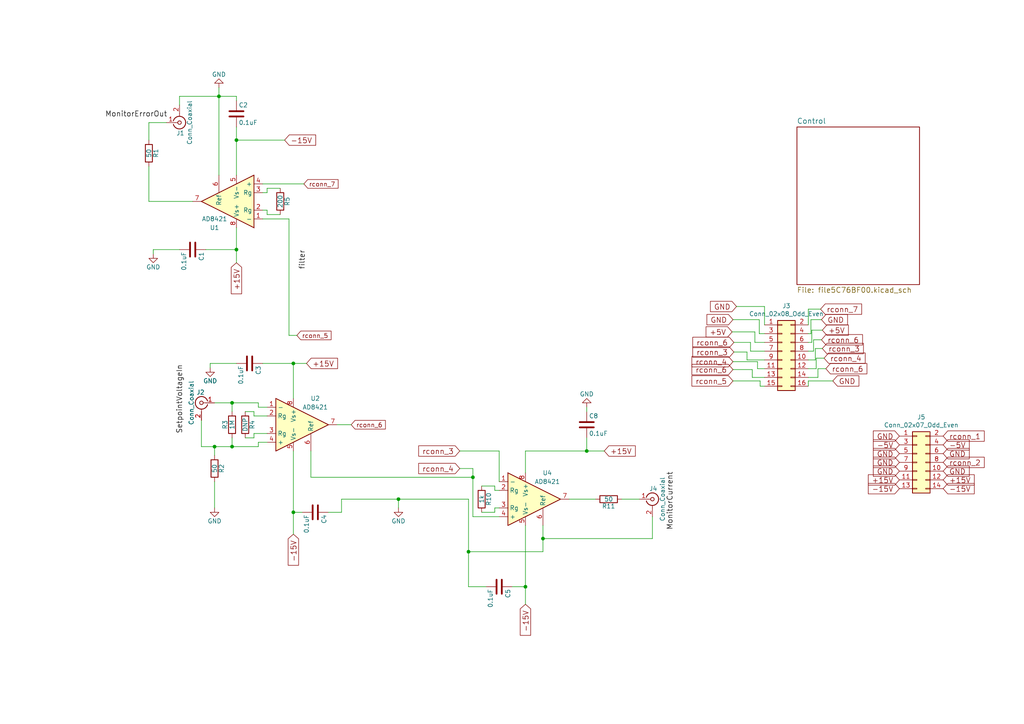
<source format=kicad_sch>
(kicad_sch (version 20230121) (generator eeschema)

  (uuid 33b53642-4c9d-4a1f-8a42-263f0bd0de00)

  (paper "A4")

  (title_block
    (title "20A Sensing and Controlling Circuit")
  )

  (lib_symbols
    (symbol "Device:C" (pin_numbers hide) (pin_names (offset 0.254)) (in_bom yes) (on_board yes)
      (property "Reference" "C" (at 0.635 2.54 0)
        (effects (font (size 1.27 1.27)) (justify left))
      )
      (property "Value" "C" (at 0.635 -2.54 0)
        (effects (font (size 1.27 1.27)) (justify left))
      )
      (property "Footprint" "" (at 0.9652 -3.81 0)
        (effects (font (size 1.27 1.27)) hide)
      )
      (property "Datasheet" "~" (at 0 0 0)
        (effects (font (size 1.27 1.27)) hide)
      )
      (property "ki_keywords" "cap capacitor" (at 0 0 0)
        (effects (font (size 1.27 1.27)) hide)
      )
      (property "ki_description" "Unpolarized capacitor" (at 0 0 0)
        (effects (font (size 1.27 1.27)) hide)
      )
      (property "ki_fp_filters" "C_*" (at 0 0 0)
        (effects (font (size 1.27 1.27)) hide)
      )
      (symbol "C_0_1"
        (polyline
          (pts
            (xy -2.032 -0.762)
            (xy 2.032 -0.762)
          )
          (stroke (width 0.508) (type default))
          (fill (type none))
        )
        (polyline
          (pts
            (xy -2.032 0.762)
            (xy 2.032 0.762)
          )
          (stroke (width 0.508) (type default))
          (fill (type none))
        )
      )
      (symbol "C_1_1"
        (pin passive line (at 0 3.81 270) (length 2.794)
          (name "~" (effects (font (size 1.27 1.27))))
          (number "1" (effects (font (size 1.27 1.27))))
        )
        (pin passive line (at 0 -3.81 90) (length 2.794)
          (name "~" (effects (font (size 1.27 1.27))))
          (number "2" (effects (font (size 1.27 1.27))))
        )
      )
    )
    (symbol "Device:R" (pin_numbers hide) (pin_names (offset 0)) (in_bom yes) (on_board yes)
      (property "Reference" "R" (at 2.032 0 90)
        (effects (font (size 1.27 1.27)))
      )
      (property "Value" "R" (at 0 0 90)
        (effects (font (size 1.27 1.27)))
      )
      (property "Footprint" "" (at -1.778 0 90)
        (effects (font (size 1.27 1.27)) hide)
      )
      (property "Datasheet" "~" (at 0 0 0)
        (effects (font (size 1.27 1.27)) hide)
      )
      (property "ki_keywords" "R res resistor" (at 0 0 0)
        (effects (font (size 1.27 1.27)) hide)
      )
      (property "ki_description" "Resistor" (at 0 0 0)
        (effects (font (size 1.27 1.27)) hide)
      )
      (property "ki_fp_filters" "R_*" (at 0 0 0)
        (effects (font (size 1.27 1.27)) hide)
      )
      (symbol "R_0_1"
        (rectangle (start -1.016 -2.54) (end 1.016 2.54)
          (stroke (width 0.254) (type default))
          (fill (type none))
        )
      )
      (symbol "R_1_1"
        (pin passive line (at 0 3.81 270) (length 1.27)
          (name "~" (effects (font (size 1.27 1.27))))
          (number "1" (effects (font (size 1.27 1.27))))
        )
        (pin passive line (at 0 -3.81 90) (length 1.27)
          (name "~" (effects (font (size 1.27 1.27))))
          (number "2" (effects (font (size 1.27 1.27))))
        )
      )
    )
    (symbol "front-rescue:AD8421-linear" (in_bom yes) (on_board yes)
      (property "Reference" "U" (at 3.81 7.62 0)
        (effects (font (size 1.27 1.27)))
      )
      (property "Value" "AD8421-linear" (at 3.81 5.08 0)
        (effects (font (size 1.27 1.27)))
      )
      (property "Footprint" "" (at -7.62 0 0)
        (effects (font (size 1.27 1.27)) hide)
      )
      (property "Datasheet" "" (at 8.89 -10.16 0)
        (effects (font (size 1.27 1.27)) hide)
      )
      (property "ki_fp_filters" "SOIC*3.9x4.9mm*Pitch1.27mm* MSOP*3x3mm*Pitch0.65mm*" (at 0 0 0)
        (effects (font (size 1.27 1.27)) hide)
      )
      (symbol "AD8421-linear_0_1"
        (polyline
          (pts
            (xy -7.62 7.62)
            (xy -7.62 -7.62)
            (xy 7.62 0)
            (xy -7.62 7.62)
          )
          (stroke (width 0.254) (type solid))
          (fill (type background))
        )
      )
      (symbol "AD8421-linear_1_1"
        (pin input line (at -10.16 5.08 0) (length 2.54)
          (name "-" (effects (font (size 1.27 1.27))))
          (number "1" (effects (font (size 1.27 1.27))))
        )
        (pin passive line (at -10.16 2.54 0) (length 2.54)
          (name "Rg" (effects (font (size 1.27 1.27))))
          (number "2" (effects (font (size 1.27 1.27))))
        )
        (pin passive line (at -10.16 -2.54 0) (length 2.54)
          (name "Rg" (effects (font (size 1.27 1.27))))
          (number "3" (effects (font (size 1.27 1.27))))
        )
        (pin input line (at -10.16 -5.08 0) (length 2.54)
          (name "+" (effects (font (size 1.27 1.27))))
          (number "4" (effects (font (size 1.27 1.27))))
        )
        (pin power_in line (at -2.54 -7.62 90) (length 2.54)
          (name "Vs-" (effects (font (size 1.27 1.27))))
          (number "5" (effects (font (size 1.27 1.27))))
        )
        (pin passive line (at 2.54 -7.62 90) (length 5.08)
          (name "Ref" (effects (font (size 1.27 1.27))))
          (number "6" (effects (font (size 1.27 1.27))))
        )
        (pin output line (at 10.16 0 180) (length 2.54)
          (name "~" (effects (font (size 1.27 1.27))))
          (number "7" (effects (font (size 1.27 1.27))))
        )
        (pin power_in line (at -2.54 7.62 270) (length 2.54)
          (name "Vs+" (effects (font (size 1.27 1.27))))
          (number "8" (effects (font (size 1.27 1.27))))
        )
      )
    )
    (symbol "front-rescue:Conn_02x07_Odd_Even-conn" (pin_names (offset 1.016) hide) (in_bom yes) (on_board yes)
      (property "Reference" "J" (at 1.27 10.16 0)
        (effects (font (size 1.27 1.27)))
      )
      (property "Value" "Conn_02x07_Odd_Even-conn" (at 1.27 -10.16 0)
        (effects (font (size 1.27 1.27)))
      )
      (property "Footprint" "" (at 0 0 0)
        (effects (font (size 1.27 1.27)) hide)
      )
      (property "Datasheet" "" (at 0 0 0)
        (effects (font (size 1.27 1.27)) hide)
      )
      (property "ki_fp_filters" "Connector*:*2x??x*mm* Connector*:*2x???Pitch* Pin_Header_Straight_2X* Pin_Header_Angled_2X* Socket_Strip_Straight_2X* Socket_Strip_Angled_2X*" (at 0 0 0)
        (effects (font (size 1.27 1.27)) hide)
      )
      (symbol "Conn_02x07_Odd_Even-conn_1_1"
        (rectangle (start -1.27 -7.493) (end 0 -7.747)
          (stroke (width 0.1524) (type solid))
          (fill (type none))
        )
        (rectangle (start -1.27 -4.953) (end 0 -5.207)
          (stroke (width 0.1524) (type solid))
          (fill (type none))
        )
        (rectangle (start -1.27 -2.413) (end 0 -2.667)
          (stroke (width 0.1524) (type solid))
          (fill (type none))
        )
        (rectangle (start -1.27 0.127) (end 0 -0.127)
          (stroke (width 0.1524) (type solid))
          (fill (type none))
        )
        (rectangle (start -1.27 2.667) (end 0 2.413)
          (stroke (width 0.1524) (type solid))
          (fill (type none))
        )
        (rectangle (start -1.27 5.207) (end 0 4.953)
          (stroke (width 0.1524) (type solid))
          (fill (type none))
        )
        (rectangle (start -1.27 7.747) (end 0 7.493)
          (stroke (width 0.1524) (type solid))
          (fill (type none))
        )
        (rectangle (start -1.27 8.89) (end 3.81 -8.89)
          (stroke (width 0.254) (type solid))
          (fill (type background))
        )
        (rectangle (start 3.81 -7.493) (end 2.54 -7.747)
          (stroke (width 0.1524) (type solid))
          (fill (type none))
        )
        (rectangle (start 3.81 -4.953) (end 2.54 -5.207)
          (stroke (width 0.1524) (type solid))
          (fill (type none))
        )
        (rectangle (start 3.81 -2.413) (end 2.54 -2.667)
          (stroke (width 0.1524) (type solid))
          (fill (type none))
        )
        (rectangle (start 3.81 0.127) (end 2.54 -0.127)
          (stroke (width 0.1524) (type solid))
          (fill (type none))
        )
        (rectangle (start 3.81 2.667) (end 2.54 2.413)
          (stroke (width 0.1524) (type solid))
          (fill (type none))
        )
        (rectangle (start 3.81 5.207) (end 2.54 4.953)
          (stroke (width 0.1524) (type solid))
          (fill (type none))
        )
        (rectangle (start 3.81 7.747) (end 2.54 7.493)
          (stroke (width 0.1524) (type solid))
          (fill (type none))
        )
        (pin passive line (at -5.08 7.62 0) (length 3.81)
          (name "Pin_1" (effects (font (size 1.27 1.27))))
          (number "1" (effects (font (size 1.27 1.27))))
        )
        (pin passive line (at 7.62 -2.54 180) (length 3.81)
          (name "Pin_10" (effects (font (size 1.27 1.27))))
          (number "10" (effects (font (size 1.27 1.27))))
        )
        (pin passive line (at -5.08 -5.08 0) (length 3.81)
          (name "Pin_11" (effects (font (size 1.27 1.27))))
          (number "11" (effects (font (size 1.27 1.27))))
        )
        (pin passive line (at 7.62 -5.08 180) (length 3.81)
          (name "Pin_12" (effects (font (size 1.27 1.27))))
          (number "12" (effects (font (size 1.27 1.27))))
        )
        (pin passive line (at -5.08 -7.62 0) (length 3.81)
          (name "Pin_13" (effects (font (size 1.27 1.27))))
          (number "13" (effects (font (size 1.27 1.27))))
        )
        (pin passive line (at 7.62 -7.62 180) (length 3.81)
          (name "Pin_14" (effects (font (size 1.27 1.27))))
          (number "14" (effects (font (size 1.27 1.27))))
        )
        (pin passive line (at 7.62 7.62 180) (length 3.81)
          (name "Pin_2" (effects (font (size 1.27 1.27))))
          (number "2" (effects (font (size 1.27 1.27))))
        )
        (pin passive line (at -5.08 5.08 0) (length 3.81)
          (name "Pin_3" (effects (font (size 1.27 1.27))))
          (number "3" (effects (font (size 1.27 1.27))))
        )
        (pin passive line (at 7.62 5.08 180) (length 3.81)
          (name "Pin_4" (effects (font (size 1.27 1.27))))
          (number "4" (effects (font (size 1.27 1.27))))
        )
        (pin passive line (at -5.08 2.54 0) (length 3.81)
          (name "Pin_5" (effects (font (size 1.27 1.27))))
          (number "5" (effects (font (size 1.27 1.27))))
        )
        (pin passive line (at 7.62 2.54 180) (length 3.81)
          (name "Pin_6" (effects (font (size 1.27 1.27))))
          (number "6" (effects (font (size 1.27 1.27))))
        )
        (pin passive line (at -5.08 0 0) (length 3.81)
          (name "Pin_7" (effects (font (size 1.27 1.27))))
          (number "7" (effects (font (size 1.27 1.27))))
        )
        (pin passive line (at 7.62 0 180) (length 3.81)
          (name "Pin_8" (effects (font (size 1.27 1.27))))
          (number "8" (effects (font (size 1.27 1.27))))
        )
        (pin passive line (at -5.08 -2.54 0) (length 3.81)
          (name "Pin_9" (effects (font (size 1.27 1.27))))
          (number "9" (effects (font (size 1.27 1.27))))
        )
      )
    )
    (symbol "front-rescue:Conn_02x08_Odd_Even-conn" (pin_names (offset 1.016) hide) (in_bom yes) (on_board yes)
      (property "Reference" "J" (at 1.27 10.16 0)
        (effects (font (size 1.27 1.27)))
      )
      (property "Value" "Conn_02x08_Odd_Even-conn" (at 1.27 -12.7 0)
        (effects (font (size 1.27 1.27)))
      )
      (property "Footprint" "" (at 0 0 0)
        (effects (font (size 1.27 1.27)) hide)
      )
      (property "Datasheet" "" (at 0 0 0)
        (effects (font (size 1.27 1.27)) hide)
      )
      (property "ki_fp_filters" "Connector*:*2x??x*mm* Connector*:*2x???Pitch* Pin_Header_Straight_2X* Pin_Header_Angled_2X* Socket_Strip_Straight_2X* Socket_Strip_Angled_2X*" (at 0 0 0)
        (effects (font (size 1.27 1.27)) hide)
      )
      (symbol "Conn_02x08_Odd_Even-conn_1_1"
        (rectangle (start -1.27 -10.033) (end 0 -10.287)
          (stroke (width 0.1524) (type solid))
          (fill (type none))
        )
        (rectangle (start -1.27 -7.493) (end 0 -7.747)
          (stroke (width 0.1524) (type solid))
          (fill (type none))
        )
        (rectangle (start -1.27 -4.953) (end 0 -5.207)
          (stroke (width 0.1524) (type solid))
          (fill (type none))
        )
        (rectangle (start -1.27 -2.413) (end 0 -2.667)
          (stroke (width 0.1524) (type solid))
          (fill (type none))
        )
        (rectangle (start -1.27 0.127) (end 0 -0.127)
          (stroke (width 0.1524) (type solid))
          (fill (type none))
        )
        (rectangle (start -1.27 2.667) (end 0 2.413)
          (stroke (width 0.1524) (type solid))
          (fill (type none))
        )
        (rectangle (start -1.27 5.207) (end 0 4.953)
          (stroke (width 0.1524) (type solid))
          (fill (type none))
        )
        (rectangle (start -1.27 7.747) (end 0 7.493)
          (stroke (width 0.1524) (type solid))
          (fill (type none))
        )
        (rectangle (start -1.27 8.89) (end 3.81 -11.43)
          (stroke (width 0.254) (type solid))
          (fill (type background))
        )
        (rectangle (start 3.81 -10.033) (end 2.54 -10.287)
          (stroke (width 0.1524) (type solid))
          (fill (type none))
        )
        (rectangle (start 3.81 -7.493) (end 2.54 -7.747)
          (stroke (width 0.1524) (type solid))
          (fill (type none))
        )
        (rectangle (start 3.81 -4.953) (end 2.54 -5.207)
          (stroke (width 0.1524) (type solid))
          (fill (type none))
        )
        (rectangle (start 3.81 -2.413) (end 2.54 -2.667)
          (stroke (width 0.1524) (type solid))
          (fill (type none))
        )
        (rectangle (start 3.81 0.127) (end 2.54 -0.127)
          (stroke (width 0.1524) (type solid))
          (fill (type none))
        )
        (rectangle (start 3.81 2.667) (end 2.54 2.413)
          (stroke (width 0.1524) (type solid))
          (fill (type none))
        )
        (rectangle (start 3.81 5.207) (end 2.54 4.953)
          (stroke (width 0.1524) (type solid))
          (fill (type none))
        )
        (rectangle (start 3.81 7.747) (end 2.54 7.493)
          (stroke (width 0.1524) (type solid))
          (fill (type none))
        )
        (pin passive line (at -5.08 7.62 0) (length 3.81)
          (name "Pin_1" (effects (font (size 1.27 1.27))))
          (number "1" (effects (font (size 1.27 1.27))))
        )
        (pin passive line (at 7.62 -2.54 180) (length 3.81)
          (name "Pin_10" (effects (font (size 1.27 1.27))))
          (number "10" (effects (font (size 1.27 1.27))))
        )
        (pin passive line (at -5.08 -5.08 0) (length 3.81)
          (name "Pin_11" (effects (font (size 1.27 1.27))))
          (number "11" (effects (font (size 1.27 1.27))))
        )
        (pin passive line (at 7.62 -5.08 180) (length 3.81)
          (name "Pin_12" (effects (font (size 1.27 1.27))))
          (number "12" (effects (font (size 1.27 1.27))))
        )
        (pin passive line (at -5.08 -7.62 0) (length 3.81)
          (name "Pin_13" (effects (font (size 1.27 1.27))))
          (number "13" (effects (font (size 1.27 1.27))))
        )
        (pin passive line (at 7.62 -7.62 180) (length 3.81)
          (name "Pin_14" (effects (font (size 1.27 1.27))))
          (number "14" (effects (font (size 1.27 1.27))))
        )
        (pin passive line (at -5.08 -10.16 0) (length 3.81)
          (name "Pin_15" (effects (font (size 1.27 1.27))))
          (number "15" (effects (font (size 1.27 1.27))))
        )
        (pin passive line (at 7.62 -10.16 180) (length 3.81)
          (name "Pin_16" (effects (font (size 1.27 1.27))))
          (number "16" (effects (font (size 1.27 1.27))))
        )
        (pin passive line (at 7.62 7.62 180) (length 3.81)
          (name "Pin_2" (effects (font (size 1.27 1.27))))
          (number "2" (effects (font (size 1.27 1.27))))
        )
        (pin passive line (at -5.08 5.08 0) (length 3.81)
          (name "Pin_3" (effects (font (size 1.27 1.27))))
          (number "3" (effects (font (size 1.27 1.27))))
        )
        (pin passive line (at 7.62 5.08 180) (length 3.81)
          (name "Pin_4" (effects (font (size 1.27 1.27))))
          (number "4" (effects (font (size 1.27 1.27))))
        )
        (pin passive line (at -5.08 2.54 0) (length 3.81)
          (name "Pin_5" (effects (font (size 1.27 1.27))))
          (number "5" (effects (font (size 1.27 1.27))))
        )
        (pin passive line (at 7.62 2.54 180) (length 3.81)
          (name "Pin_6" (effects (font (size 1.27 1.27))))
          (number "6" (effects (font (size 1.27 1.27))))
        )
        (pin passive line (at -5.08 0 0) (length 3.81)
          (name "Pin_7" (effects (font (size 1.27 1.27))))
          (number "7" (effects (font (size 1.27 1.27))))
        )
        (pin passive line (at 7.62 0 180) (length 3.81)
          (name "Pin_8" (effects (font (size 1.27 1.27))))
          (number "8" (effects (font (size 1.27 1.27))))
        )
        (pin passive line (at -5.08 -2.54 0) (length 3.81)
          (name "Pin_9" (effects (font (size 1.27 1.27))))
          (number "9" (effects (font (size 1.27 1.27))))
        )
      )
    )
    (symbol "front-rescue:Conn_Coaxial-conn" (pin_names (offset 1.016) hide) (in_bom yes) (on_board yes)
      (property "Reference" "J" (at 0.254 3.048 0)
        (effects (font (size 1.27 1.27)))
      )
      (property "Value" "Conn_Coaxial-conn" (at 2.921 0 90)
        (effects (font (size 1.27 1.27)))
      )
      (property "Footprint" "" (at 0 0 0)
        (effects (font (size 1.27 1.27)) hide)
      )
      (property "Datasheet" "" (at 0 0 0)
        (effects (font (size 1.27 1.27)) hide)
      )
      (property "ki_fp_filters" "*BNC* *SMA* *SMB* *SMC* *Cinch*" (at 0 0 0)
        (effects (font (size 1.27 1.27)) hide)
      )
      (symbol "Conn_Coaxial-conn_0_1"
        (arc (start -1.778 -0.508) (mid 0.2311 -1.8066) (end 1.778 0)
          (stroke (width 0.254) (type solid))
          (fill (type none))
        )
        (polyline
          (pts
            (xy -1.27 0)
            (xy -0.508 0)
          )
          (stroke (width 0) (type solid))
          (fill (type none))
        )
        (polyline
          (pts
            (xy 0 -2.54)
            (xy 0 -1.778)
          )
          (stroke (width 0) (type solid))
          (fill (type none))
        )
        (circle (center 0 0) (radius 0.508)
          (stroke (width 0.2032) (type solid))
          (fill (type none))
        )
        (arc (start 1.778 0) (mid 0.2099 1.8101) (end -1.778 0.508)
          (stroke (width 0.254) (type solid))
          (fill (type none))
        )
      )
      (symbol "Conn_Coaxial-conn_1_1"
        (pin passive line (at -3.81 0 0) (length 2.54)
          (name "In" (effects (font (size 1.27 1.27))))
          (number "1" (effects (font (size 1.27 1.27))))
        )
        (pin passive line (at 0 -5.08 90) (length 2.54)
          (name "Ext" (effects (font (size 1.27 1.27))))
          (number "2" (effects (font (size 1.27 1.27))))
        )
      )
    )
    (symbol "power:GND" (power) (pin_names (offset 0)) (in_bom yes) (on_board yes)
      (property "Reference" "#PWR" (at 0 -6.35 0)
        (effects (font (size 1.27 1.27)) hide)
      )
      (property "Value" "GND" (at 0 -3.81 0)
        (effects (font (size 1.27 1.27)))
      )
      (property "Footprint" "" (at 0 0 0)
        (effects (font (size 1.27 1.27)) hide)
      )
      (property "Datasheet" "" (at 0 0 0)
        (effects (font (size 1.27 1.27)) hide)
      )
      (property "ki_keywords" "global power" (at 0 0 0)
        (effects (font (size 1.27 1.27)) hide)
      )
      (property "ki_description" "Power symbol creates a global label with name \"GND\" , ground" (at 0 0 0)
        (effects (font (size 1.27 1.27)) hide)
      )
      (symbol "GND_0_1"
        (polyline
          (pts
            (xy 0 0)
            (xy 0 -1.27)
            (xy 1.27 -1.27)
            (xy 0 -2.54)
            (xy -1.27 -1.27)
            (xy 0 -1.27)
          )
          (stroke (width 0) (type default))
          (fill (type none))
        )
      )
      (symbol "GND_1_1"
        (pin power_in line (at 0 0 270) (length 0) hide
          (name "GND" (effects (font (size 1.27 1.27))))
          (number "1" (effects (font (size 1.27 1.27))))
        )
      )
    )
  )

  (junction (at 85.09 105.41) (diameter 0) (color 0 0 0 0)
    (uuid 016a1ea2-a279-405a-8879-4b31ea0c4882)
  )
  (junction (at 68.58 72.39) (diameter 0) (color 0 0 0 0)
    (uuid 01daeef3-1e04-46e7-aae7-82d207931c04)
  )
  (junction (at 135.89 160.02) (diameter 0) (color 0 0 0 0)
    (uuid 1d67453d-ec2a-4fd2-bf79-eed6805ba2c6)
  )
  (junction (at 170.18 130.81) (diameter 0) (color 0 0 0 0)
    (uuid 1d916e55-cf97-4e32-9046-e43f9b3d82d9)
  )
  (junction (at 137.16 138.43) (diameter 0) (color 0 0 0 0)
    (uuid 3591ec65-0c92-4cba-9b0c-198eea987f0b)
  )
  (junction (at 85.09 148.59) (diameter 0) (color 0 0 0 0)
    (uuid 41d55c2a-ae28-4ab8-b60c-e82b45dbeb3a)
  )
  (junction (at 67.31 129.54) (diameter 0) (color 0 0 0 0)
    (uuid 5fc45492-5a03-4eef-86b0-d06fb7f2606a)
  )
  (junction (at 157.48 156.21) (diameter 0) (color 0 0 0 0)
    (uuid 66df5a39-5b82-483a-824e-ddf298ace6bf)
  )
  (junction (at 63.5 27.94) (diameter 0) (color 0 0 0 0)
    (uuid 7743511b-d864-40cc-9a5c-427c0f4736bf)
  )
  (junction (at 115.57 144.78) (diameter 0) (color 0 0 0 0)
    (uuid 7c131c08-6aa1-4fc0-af66-79abef3a3dc1)
  )
  (junction (at 68.58 40.64) (diameter 0) (color 0 0 0 0)
    (uuid b2189b7d-b1ea-4e29-a294-baeadc07da9e)
  )
  (junction (at 67.31 116.84) (diameter 0) (color 0 0 0 0)
    (uuid b351dd3f-e6db-4a2e-ad36-0ad5c269bbe7)
  )
  (junction (at 62.23 129.54) (diameter 0) (color 0 0 0 0)
    (uuid e154a26a-3e3d-4f4c-b24a-21308ffb6a28)
  )
  (junction (at 152.4 170.18) (diameter 0) (color 0 0 0 0)
    (uuid fbed9914-4c63-480c-99b5-e23327cd7f3a)
  )

  (wire (pts (xy 220.472 110.49) (xy 220.472 112.014))
    (stroke (width 0) (type default))
    (uuid 0272346a-5a6b-467e-a1af-0cb0ab821944)
  )
  (wire (pts (xy 144.78 130.81) (xy 144.78 139.7))
    (stroke (width 0) (type default))
    (uuid 0459cca4-9adf-47a8-91f1-f741111dd2f3)
  )
  (wire (pts (xy 143.51 140.97) (xy 143.51 142.24))
    (stroke (width 0) (type default))
    (uuid 0d98eb33-0d53-4ce0-abe1-203ce1a7ab69)
  )
  (wire (pts (xy 67.31 116.84) (xy 67.31 119.38))
    (stroke (width 0) (type default))
    (uuid 0da9ba3b-c7c4-4648-b32f-16f6d5a8a90e)
  )
  (wire (pts (xy 76.2 53.34) (xy 88.138 53.34))
    (stroke (width 0) (type default))
    (uuid 0ea6836d-8673-453e-82d2-32693f8e3285)
  )
  (wire (pts (xy 60.96 105.41) (xy 68.58 105.41))
    (stroke (width 0) (type default))
    (uuid 0f218c96-3df1-4eb4-a871-f248a3925d6b)
  )
  (wire (pts (xy 63.5 27.94) (xy 68.58 27.94))
    (stroke (width 0) (type default))
    (uuid 1349330d-6e5e-44c7-9969-f6506a19d77b)
  )
  (wire (pts (xy 221.742 88.9) (xy 221.742 94.234))
    (stroke (width 0) (type default))
    (uuid 1484cbf1-b9a8-46f7-ae49-07e4d8a4024c)
  )
  (wire (pts (xy 63.5 25.4) (xy 63.5 27.94))
    (stroke (width 0) (type default))
    (uuid 1539638c-8990-4bcc-bdea-29d33eb90912)
  )
  (wire (pts (xy 157.48 156.21) (xy 157.48 160.02))
    (stroke (width 0) (type default))
    (uuid 171818da-9b77-4509-a353-e8e2a7fe65cd)
  )
  (wire (pts (xy 212.598 110.49) (xy 220.472 110.49))
    (stroke (width 0) (type default))
    (uuid 191b91d2-9a2c-45dd-8ed4-a85272a06124)
  )
  (wire (pts (xy 73.66 120.65) (xy 77.47 120.65))
    (stroke (width 0) (type default))
    (uuid 1965ddc9-f608-40eb-bc87-99375ec1f72a)
  )
  (wire (pts (xy 236.728 103.886) (xy 236.728 106.934))
    (stroke (width 0) (type default))
    (uuid 1a6504fe-f2d1-43fc-927a-5ffc3c35bc89)
  )
  (wire (pts (xy 220.218 96.774) (xy 221.742 96.774))
    (stroke (width 0) (type default))
    (uuid 1c330eef-911a-4d9c-b520-09ac1447b477)
  )
  (wire (pts (xy 152.4 152.4) (xy 152.4 170.18))
    (stroke (width 0) (type default))
    (uuid 1cf14c31-f3db-46b2-8aad-a49e9850511b)
  )
  (wire (pts (xy 241.554 110.49) (xy 234.442 110.49))
    (stroke (width 0) (type default))
    (uuid 1efd2e43-e580-4678-8920-1a965297d8ea)
  )
  (wire (pts (xy 139.7 148.59) (xy 143.51 148.59))
    (stroke (width 0) (type default))
    (uuid 1f09b85a-1c30-4475-936a-85127cc46541)
  )
  (wire (pts (xy 68.58 40.64) (xy 68.58 50.8))
    (stroke (width 0) (type default))
    (uuid 1f241afb-4d35-404f-89e5-6535bbae2adf)
  )
  (wire (pts (xy 238.506 101.092) (xy 236.474 101.092))
    (stroke (width 0) (type default))
    (uuid 1f4d2fa0-a108-44fa-93ae-4ed53212b641)
  )
  (wire (pts (xy 137.16 138.43) (xy 137.16 149.86))
    (stroke (width 0) (type default))
    (uuid 217d60f3-691f-4a18-a267-cb2416f3299b)
  )
  (wire (pts (xy 234.442 89.662) (xy 234.442 94.234))
    (stroke (width 0) (type default))
    (uuid 224db4a2-196b-429a-b03e-afcdd5ea3f06)
  )
  (wire (pts (xy 218.186 109.474) (xy 221.742 109.474))
    (stroke (width 0) (type default))
    (uuid 22cc2f55-26a6-47a7-978e-9e533a460ceb)
  )
  (wire (pts (xy 115.57 144.78) (xy 115.57 147.32))
    (stroke (width 0) (type default))
    (uuid 2328a769-08ee-438d-9c18-307e913fe5e2)
  )
  (wire (pts (xy 237.236 106.934) (xy 237.236 109.474))
    (stroke (width 0) (type default))
    (uuid 273ab89a-bd58-4b32-940f-c962c2d46f86)
  )
  (wire (pts (xy 236.474 101.092) (xy 236.474 104.394))
    (stroke (width 0) (type default))
    (uuid 28d0b74b-55fb-4313-8c4e-fba067d2b8eb)
  )
  (wire (pts (xy 74.93 128.27) (xy 77.47 128.27))
    (stroke (width 0) (type default))
    (uuid 2992f1e7-1400-4f17-9e6a-5e447ff0c39d)
  )
  (wire (pts (xy 216.662 104.394) (xy 221.742 104.394))
    (stroke (width 0) (type default))
    (uuid 2db2a9e3-3c47-4194-996e-62bff378ae17)
  )
  (wire (pts (xy 217.678 101.854) (xy 221.742 101.854))
    (stroke (width 0) (type default))
    (uuid 30d3464d-b142-4086-8ad5-6c11ef83ed03)
  )
  (wire (pts (xy 68.58 40.64) (xy 82.55 40.64))
    (stroke (width 0) (type default))
    (uuid 3261697b-3870-4f67-8f99-2c2445d861e3)
  )
  (wire (pts (xy 234.442 89.662) (xy 237.998 89.662))
    (stroke (width 0) (type default))
    (uuid 32f78bf0-b746-4a5d-87c0-829fa469a059)
  )
  (wire (pts (xy 77.47 54.61) (xy 81.28 54.61))
    (stroke (width 0) (type default))
    (uuid 38094c15-d699-4637-a753-da1c233cc59d)
  )
  (wire (pts (xy 165.1 144.78) (xy 172.72 144.78))
    (stroke (width 0) (type default))
    (uuid 38692457-141d-4f98-8227-7b0df8f20038)
  )
  (wire (pts (xy 137.16 135.89) (xy 137.16 138.43))
    (stroke (width 0) (type default))
    (uuid 39b5d8dd-937a-40e2-96d1-c4d6a7511cac)
  )
  (wire (pts (xy 52.07 27.94) (xy 63.5 27.94))
    (stroke (width 0) (type default))
    (uuid 39e44d03-5303-4d20-9d0e-f9133e131282)
  )
  (wire (pts (xy 238.252 92.71) (xy 235.204 92.71))
    (stroke (width 0) (type default))
    (uuid 3e58b6f2-9dac-4b58-a133-03ed86eb37e1)
  )
  (wire (pts (xy 235.966 101.854) (xy 234.442 101.854))
    (stroke (width 0) (type default))
    (uuid 3fc8e5b7-29e6-4d70-81b8-0488c69f427b)
  )
  (wire (pts (xy 135.89 160.02) (xy 135.89 170.18))
    (stroke (width 0) (type default))
    (uuid 40be43a6-fc20-4bef-bfd5-f875661b524e)
  )
  (wire (pts (xy 62.23 132.08) (xy 62.23 129.54))
    (stroke (width 0) (type default))
    (uuid 41c2a6e7-9ffc-4171-b138-b60672fba799)
  )
  (wire (pts (xy 99.06 148.59) (xy 99.06 144.78))
    (stroke (width 0) (type default))
    (uuid 42d563e3-532e-481e-9277-71047f5cd8f5)
  )
  (wire (pts (xy 133.35 130.81) (xy 144.78 130.81))
    (stroke (width 0) (type default))
    (uuid 43631771-bf88-47ad-987c-777565d5e662)
  )
  (wire (pts (xy 85.09 105.41) (xy 85.09 115.57))
    (stroke (width 0) (type default))
    (uuid 47c63f7f-0ce1-4511-8cae-b799d6311c6f)
  )
  (wire (pts (xy 236.474 104.394) (xy 234.442 104.394))
    (stroke (width 0) (type default))
    (uuid 48d69d69-4c93-4ceb-ba1f-bf3ff7b479f5)
  )
  (wire (pts (xy 239.522 106.934) (xy 237.236 106.934))
    (stroke (width 0) (type default))
    (uuid 4a680276-d6fd-461b-b13e-980f8ca0fb5e)
  )
  (wire (pts (xy 218.186 107.188) (xy 218.186 109.474))
    (stroke (width 0) (type default))
    (uuid 4a90bc7f-4ce1-400b-ad94-d00ea13c5b44)
  )
  (wire (pts (xy 44.45 72.39) (xy 52.07 72.39))
    (stroke (width 0) (type default))
    (uuid 4b65cd6b-5f89-4712-bfd9-2256e4bc975c)
  )
  (wire (pts (xy 76.2 60.96) (xy 77.47 60.96))
    (stroke (width 0) (type default))
    (uuid 4bc3a7ee-7f96-40c7-8972-634f16f43156)
  )
  (wire (pts (xy 239.014 103.886) (xy 236.728 103.886))
    (stroke (width 0) (type default))
    (uuid 4f1799b7-2295-4158-be1e-8e97eb8c468d)
  )
  (wire (pts (xy 44.45 73.66) (xy 44.45 72.39))
    (stroke (width 0) (type default))
    (uuid 4f3442c6-d882-434b-8fd5-ab2559191db1)
  )
  (wire (pts (xy 157.48 152.4) (xy 157.48 156.21))
    (stroke (width 0) (type default))
    (uuid 4f5c58a5-0a42-4eda-81ba-5c8e64fe9b84)
  )
  (wire (pts (xy 83.82 63.5) (xy 76.2 63.5))
    (stroke (width 0) (type default))
    (uuid 5117e82e-a85e-4399-9ff9-f8ee112d62be)
  )
  (wire (pts (xy 220.218 92.71) (xy 220.218 96.774))
    (stroke (width 0) (type default))
    (uuid 523a839c-ea07-4cfc-ab48-0c1a40faf504)
  )
  (wire (pts (xy 148.59 170.18) (xy 152.4 170.18))
    (stroke (width 0) (type default))
    (uuid 53dca3a1-8f66-471d-b209-495f0f4efbcc)
  )
  (wire (pts (xy 62.23 139.7) (xy 62.23 147.32))
    (stroke (width 0) (type default))
    (uuid 56b717d9-bfa7-4e27-8fa8-841c0126054f)
  )
  (wire (pts (xy 59.69 72.39) (xy 68.58 72.39))
    (stroke (width 0) (type default))
    (uuid 5b0b4754-42cf-4cec-94f5-2e121951c434)
  )
  (wire (pts (xy 170.18 127) (xy 170.18 130.81))
    (stroke (width 0) (type default))
    (uuid 5c9718f9-dea6-4db4-a987-8ac534a5182c)
  )
  (wire (pts (xy 95.25 148.59) (xy 99.06 148.59))
    (stroke (width 0) (type default))
    (uuid 5d7f7f85-fcff-4e2e-9f57-73c42b347f32)
  )
  (wire (pts (xy 99.06 144.78) (xy 115.57 144.78))
    (stroke (width 0) (type default))
    (uuid 5f1f17ae-6e18-4920-a246-c645b55ea021)
  )
  (wire (pts (xy 73.66 127) (xy 71.12 127))
    (stroke (width 0) (type default))
    (uuid 5f55af62-fa7e-4537-a24e-fe23f37dd9ff)
  )
  (wire (pts (xy 77.47 125.73) (xy 73.66 125.73))
    (stroke (width 0) (type default))
    (uuid 629588bd-0fd0-417e-9b3c-a88c043a4053)
  )
  (wire (pts (xy 212.598 92.71) (xy 220.218 92.71))
    (stroke (width 0) (type default))
    (uuid 62de285b-1442-4221-a814-0fe41af60aad)
  )
  (wire (pts (xy 238.506 95.758) (xy 235.458 95.758))
    (stroke (width 0) (type default))
    (uuid 67fd396e-1e7b-46ec-a63c-b55aa8259fb1)
  )
  (wire (pts (xy 85.09 130.81) (xy 85.09 148.59))
    (stroke (width 0) (type default))
    (uuid 6b782873-1b54-4a24-9f0a-d8b509902b7b)
  )
  (wire (pts (xy 52.07 30.48) (xy 52.07 27.94))
    (stroke (width 0) (type default))
    (uuid 6d683217-cbc8-4567-94a2-6d7492052106)
  )
  (wire (pts (xy 43.18 58.42) (xy 43.18 48.26))
    (stroke (width 0) (type default))
    (uuid 6eb2c87d-7d25-463f-9947-9e1de422352f)
  )
  (wire (pts (xy 67.31 129.54) (xy 67.31 127))
    (stroke (width 0) (type default))
    (uuid 6edc7b91-0d37-437e-b801-c52acd36b20a)
  )
  (wire (pts (xy 67.31 129.54) (xy 74.93 129.54))
    (stroke (width 0) (type default))
    (uuid 6f422559-94de-4ef1-871f-a8de06f0c437)
  )
  (wire (pts (xy 218.948 96.266) (xy 218.948 99.314))
    (stroke (width 0) (type default))
    (uuid 7055b1d1-6ca2-4b27-9174-6ee5c771982c)
  )
  (wire (pts (xy 90.17 138.43) (xy 137.16 138.43))
    (stroke (width 0) (type default))
    (uuid 75625113-93ba-4e98-ae63-f8c856c81b5a)
  )
  (wire (pts (xy 83.82 63.5) (xy 83.82 97.282))
    (stroke (width 0) (type default))
    (uuid 7693f4f5-6d34-4b70-bd25-5f9e888d8ce9)
  )
  (wire (pts (xy 170.18 119.38) (xy 170.18 118.11))
    (stroke (width 0) (type default))
    (uuid 76bddcb5-6836-4788-9801-80039e58bfab)
  )
  (wire (pts (xy 235.204 92.71) (xy 235.204 96.774))
    (stroke (width 0) (type default))
    (uuid 7f46f70e-0c21-4b05-bbbf-a9ea172fa604)
  )
  (wire (pts (xy 143.51 147.32) (xy 144.78 147.32))
    (stroke (width 0) (type default))
    (uuid 7fbce167-8cc4-4d54-ace1-488f74aa1bb4)
  )
  (wire (pts (xy 76.2 55.88) (xy 77.47 55.88))
    (stroke (width 0) (type default))
    (uuid 887a4c2d-631a-48f4-b724-1cea52b85859)
  )
  (wire (pts (xy 68.58 27.94) (xy 68.58 29.21))
    (stroke (width 0) (type default))
    (uuid 8926e561-17e8-41c2-ba7c-7981ffe7f7da)
  )
  (wire (pts (xy 143.51 142.24) (xy 144.78 142.24))
    (stroke (width 0) (type default))
    (uuid 8e1bb529-6d24-43cb-bad7-1802433885e6)
  )
  (wire (pts (xy 220.472 112.014) (xy 221.742 112.014))
    (stroke (width 0) (type default))
    (uuid 912a123d-9bbc-431e-9e45-af0fe42101d3)
  )
  (wire (pts (xy 77.47 62.23) (xy 81.28 62.23))
    (stroke (width 0) (type default))
    (uuid 93122a6e-9487-4dc9-b518-2e4d93b9c220)
  )
  (wire (pts (xy 55.88 58.42) (xy 43.18 58.42))
    (stroke (width 0) (type default))
    (uuid 945adf47-93f5-4e48-a0eb-2256851fb12c)
  )
  (wire (pts (xy 235.458 95.758) (xy 235.458 99.314))
    (stroke (width 0) (type default))
    (uuid 945c0722-68f2-4cab-9ed5-bac7096a1262)
  )
  (wire (pts (xy 43.18 35.56) (xy 48.26 35.56))
    (stroke (width 0) (type default))
    (uuid 95ce7a7a-84c9-4c5f-8cae-44d8c5da16e4)
  )
  (wire (pts (xy 62.23 129.54) (xy 67.31 129.54))
    (stroke (width 0) (type default))
    (uuid 9700782e-ce84-46be-b7cd-2d4948fa9689)
  )
  (wire (pts (xy 152.4 137.16) (xy 152.4 130.81))
    (stroke (width 0) (type default))
    (uuid 98396de8-4f7f-4f21-a468-4d57a71a4e18)
  )
  (wire (pts (xy 68.58 72.39) (xy 68.58 76.2))
    (stroke (width 0) (type default))
    (uuid 989f0507-6c01-4b09-90cb-35885275f078)
  )
  (wire (pts (xy 85.09 148.59) (xy 87.63 148.59))
    (stroke (width 0) (type default))
    (uuid 99e8f197-76e0-4767-a5f3-d318669480c5)
  )
  (wire (pts (xy 74.93 118.11) (xy 77.47 118.11))
    (stroke (width 0) (type default))
    (uuid 9ab75374-c22c-43ee-b19d-e67c3a538ce3)
  )
  (wire (pts (xy 212.852 99.314) (xy 217.678 99.314))
    (stroke (width 0) (type default))
    (uuid 9d40609b-a8a6-41c7-a54d-2135aa765a98)
  )
  (wire (pts (xy 85.09 105.41) (xy 88.9 105.41))
    (stroke (width 0) (type default))
    (uuid 9e8e0cfb-72a4-434b-adbe-682a925d8eb4)
  )
  (wire (pts (xy 83.82 97.282) (xy 86.106 97.282))
    (stroke (width 0) (type default))
    (uuid a09f1c1d-c139-453c-98cc-98282886f30c)
  )
  (wire (pts (xy 212.344 96.266) (xy 218.948 96.266))
    (stroke (width 0) (type default))
    (uuid a10c3fb1-3485-4fde-8e56-c908359d64c5)
  )
  (wire (pts (xy 235.204 96.774) (xy 234.442 96.774))
    (stroke (width 0) (type default))
    (uuid a2194cef-cc87-4569-81fd-b8a94578fd32)
  )
  (wire (pts (xy 43.18 40.64) (xy 43.18 35.56))
    (stroke (width 0) (type default))
    (uuid a3a43036-e380-43c4-82e2-9ca51d0184bd)
  )
  (wire (pts (xy 213.614 88.9) (xy 221.742 88.9))
    (stroke (width 0) (type default))
    (uuid a3d5fe18-6cb4-459e-bad3-ef6a46e7a54a)
  )
  (wire (pts (xy 74.93 116.84) (xy 74.93 118.11))
    (stroke (width 0) (type default))
    (uuid a4a6d699-2743-4186-8947-89b9ab5b9d43)
  )
  (wire (pts (xy 212.598 104.902) (xy 219.71 104.902))
    (stroke (width 0) (type default))
    (uuid a9573988-6a56-4bc2-ac6e-f8317f5ea502)
  )
  (wire (pts (xy 152.4 170.18) (xy 152.4 175.26))
    (stroke (width 0) (type default))
    (uuid a97ae28a-be2c-486b-8924-e90402c29134)
  )
  (wire (pts (xy 76.2 105.41) (xy 85.09 105.41))
    (stroke (width 0) (type default))
    (uuid a9d5c461-f009-477e-9e1a-34bcb9d547f9)
  )
  (wire (pts (xy 67.31 116.84) (xy 74.93 116.84))
    (stroke (width 0) (type default))
    (uuid abb5e190-793a-4d0f-925f-157dda75ac86)
  )
  (wire (pts (xy 212.852 102.108) (xy 216.662 102.108))
    (stroke (width 0) (type default))
    (uuid abfa35c4-abfd-4776-a716-2ba508d5b16d)
  )
  (wire (pts (xy 85.09 148.59) (xy 85.09 154.94))
    (stroke (width 0) (type default))
    (uuid ac5c37bd-fdaa-47ca-8386-8b18c3fe7521)
  )
  (wire (pts (xy 90.17 130.81) (xy 90.17 138.43))
    (stroke (width 0) (type default))
    (uuid ad0ef324-7d46-49b8-b32b-9111878ee7f6)
  )
  (wire (pts (xy 137.16 135.89) (xy 133.35 135.89))
    (stroke (width 0) (type default))
    (uuid b19ebfbd-b90d-444d-99dd-8f0c3eee2d9d)
  )
  (wire (pts (xy 235.458 99.314) (xy 234.442 99.314))
    (stroke (width 0) (type default))
    (uuid b2289fb2-402f-41c5-8db3-fe9ec321e0e9)
  )
  (wire (pts (xy 62.23 116.84) (xy 67.31 116.84))
    (stroke (width 0) (type default))
    (uuid b23231bc-14e9-4c66-9fb1-8215dc809ac3)
  )
  (wire (pts (xy 218.948 99.314) (xy 221.742 99.314))
    (stroke (width 0) (type default))
    (uuid b481eecd-ad71-4918-be6d-e26c3fbdbbc2)
  )
  (wire (pts (xy 63.5 27.94) (xy 63.5 50.8))
    (stroke (width 0) (type default))
    (uuid b70cff7f-fc34-43f8-82d8-95e8b6eddcc8)
  )
  (wire (pts (xy 115.57 144.78) (xy 135.89 144.78))
    (stroke (width 0) (type default))
    (uuid b7281d9a-f16b-4730-8530-6c497d776610)
  )
  (wire (pts (xy 238.252 98.552) (xy 235.966 98.552))
    (stroke (width 0) (type default))
    (uuid b7dd8b04-d4cc-4d5a-b993-65d6321c8437)
  )
  (wire (pts (xy 237.236 109.474) (xy 234.442 109.474))
    (stroke (width 0) (type default))
    (uuid beacb812-4c87-4319-9229-373a8b5b8b92)
  )
  (wire (pts (xy 236.728 106.934) (xy 234.442 106.934))
    (stroke (width 0) (type default))
    (uuid c00864a2-90b7-4253-9034-4bfd4f5ff95d)
  )
  (wire (pts (xy 216.662 102.108) (xy 216.662 104.394))
    (stroke (width 0) (type default))
    (uuid c26f1b5a-f0fd-448e-8a48-459e825b26ed)
  )
  (wire (pts (xy 68.58 66.04) (xy 68.58 72.39))
    (stroke (width 0) (type default))
    (uuid c55c897d-2070-46bb-8f16-1ad7a7116c68)
  )
  (wire (pts (xy 77.47 60.96) (xy 77.47 62.23))
    (stroke (width 0) (type default))
    (uuid c5c04b76-39fe-4c47-8ded-a2c54f64a435)
  )
  (wire (pts (xy 212.598 107.188) (xy 218.186 107.188))
    (stroke (width 0) (type default))
    (uuid c5f3de3c-49f5-4ddf-b505-92db4fae042b)
  )
  (wire (pts (xy 189.23 156.21) (xy 157.48 156.21))
    (stroke (width 0) (type default))
    (uuid caa703aa-a99d-4f88-acf6-9cc02b76394b)
  )
  (wire (pts (xy 60.96 106.68) (xy 60.96 105.41))
    (stroke (width 0) (type default))
    (uuid caf3c818-aad0-401c-9f0e-512f5d7daa2b)
  )
  (wire (pts (xy 71.12 119.38) (xy 73.66 119.38))
    (stroke (width 0) (type default))
    (uuid cc58ff97-49e8-4d3c-87b6-ca7491b97542)
  )
  (wire (pts (xy 180.34 144.78) (xy 185.42 144.78))
    (stroke (width 0) (type default))
    (uuid cd0878ef-1a2c-44a0-8c5d-78e4ca739a7e)
  )
  (wire (pts (xy 143.51 148.59) (xy 143.51 147.32))
    (stroke (width 0) (type default))
    (uuid ce694b70-9ff7-4bd9-8bd9-2de420910c8a)
  )
  (wire (pts (xy 189.23 149.86) (xy 189.23 156.21))
    (stroke (width 0) (type default))
    (uuid cecf6907-76dc-4755-ae3f-6ea408c6622c)
  )
  (wire (pts (xy 137.16 149.86) (xy 144.78 149.86))
    (stroke (width 0) (type default))
    (uuid d5252c0e-a624-4b22-b999-80d4ce989146)
  )
  (wire (pts (xy 135.89 144.78) (xy 135.89 160.02))
    (stroke (width 0) (type default))
    (uuid d6554c9a-4a73-4b40-b199-af1eb383b699)
  )
  (wire (pts (xy 157.48 160.02) (xy 135.89 160.02))
    (stroke (width 0) (type default))
    (uuid d72077b5-400c-4bc4-9f49-1dc8ccf07eb5)
  )
  (wire (pts (xy 152.4 130.81) (xy 170.18 130.81))
    (stroke (width 0) (type default))
    (uuid d8059ce5-731d-46b4-8d1f-4bf9f97e00a6)
  )
  (wire (pts (xy 234.442 110.49) (xy 234.442 112.014))
    (stroke (width 0) (type default))
    (uuid d986f776-3f29-455e-8faa-d449b2beadb3)
  )
  (wire (pts (xy 139.7 140.97) (xy 143.51 140.97))
    (stroke (width 0) (type default))
    (uuid d999e15b-18d6-4cfa-bb80-1ed9fb10209c)
  )
  (wire (pts (xy 73.66 119.38) (xy 73.66 120.65))
    (stroke (width 0) (type default))
    (uuid da6ce12e-1f30-4fc2-976f-9074004e8045)
  )
  (wire (pts (xy 58.42 129.54) (xy 62.23 129.54))
    (stroke (width 0) (type default))
    (uuid db7bed82-f2b7-4b53-af95-ecf20f798cd9)
  )
  (wire (pts (xy 170.18 130.81) (xy 175.26 130.81))
    (stroke (width 0) (type default))
    (uuid dbff8c97-3c3c-43b4-b9da-603bf250d3f4)
  )
  (wire (pts (xy 217.678 99.314) (xy 217.678 101.854))
    (stroke (width 0) (type default))
    (uuid dd406daf-18c7-4c87-920a-36f1d0518420)
  )
  (wire (pts (xy 135.89 170.18) (xy 140.97 170.18))
    (stroke (width 0) (type default))
    (uuid e0aa85ad-f58f-4a50-a52b-0c38ed344374)
  )
  (wire (pts (xy 68.58 36.83) (xy 68.58 40.64))
    (stroke (width 0) (type default))
    (uuid e0af9c3f-631c-4c45-ac5f-fbbbaab85fce)
  )
  (wire (pts (xy 219.71 106.934) (xy 221.742 106.934))
    (stroke (width 0) (type default))
    (uuid e373b145-e3c8-464a-b0e5-2b28c9488cb8)
  )
  (wire (pts (xy 73.66 125.73) (xy 73.66 127))
    (stroke (width 0) (type default))
    (uuid e5f9d558-3a5e-4161-a6e1-f4debb897749)
  )
  (wire (pts (xy 74.93 129.54) (xy 74.93 128.27))
    (stroke (width 0) (type default))
    (uuid e6b60b96-a721-4b47-876a-11e82f0c6476)
  )
  (wire (pts (xy 77.47 55.88) (xy 77.47 54.61))
    (stroke (width 0) (type default))
    (uuid e8b2f74c-0f27-46b6-8c51-b7d6511c30ab)
  )
  (wire (pts (xy 219.71 104.902) (xy 219.71 106.934))
    (stroke (width 0) (type default))
    (uuid e9066fdf-720b-4371-8f87-12b61f1f16ed)
  )
  (wire (pts (xy 97.79 123.19) (xy 101.854 123.19))
    (stroke (width 0) (type default))
    (uuid f4c070de-de37-4fc0-9746-3245a090beb1)
  )
  (wire (pts (xy 58.42 121.92) (xy 58.42 129.54))
    (stroke (width 0) (type default))
    (uuid f4e632ee-82ef-4afc-934d-04e1767bbab6)
  )
  (wire (pts (xy 235.966 98.552) (xy 235.966 101.854))
    (stroke (width 0) (type default))
    (uuid f9a6f065-b4cd-4ed3-80af-760782d671a4)
  )

  (label "SetpointVoltageIn" (at 53.34 125.73 90)
    (effects (font (size 1.524 1.524)) (justify left bottom))
    (uuid 740615a1-2b44-460d-9e8c-3dde8d8e0946)
  )
  (label "MonitorErrorOut" (at 30.48 34.29 0)
    (effects (font (size 1.524 1.524)) (justify left bottom))
    (uuid 7d03a9b1-e9f4-42ef-9f65-4f01597f62fd)
  )
  (label "MonitorCurrent" (at 195.58 153.67 90)
    (effects (font (size 1.524 1.524)) (justify left bottom))
    (uuid a3f75de0-2f13-4bc9-ab22-5a1ddc3e3830)
  )
  (label "filter" (at 88.9 72.39 270)
    (effects (font (size 1.524 1.524)) (justify right bottom))
    (uuid d8006842-74c5-4d29-a070-d67e0724cb77)
  )

  (global_label "rconn_7" (shape input) (at 237.998 89.662 0)
    (effects (font (size 1.524 1.524)) (justify left))
    (uuid 048357c7-ad78-4768-94a1-768e3723512a)
    (property "Intersheetrefs" "${INTERSHEET_REFS}" (at 237.998 89.662 0)
      (effects (font (size 1.27 1.27)) hide)
    )
  )
  (global_label "rconn_4" (shape input) (at 133.35 135.89 180)
    (effects (font (size 1.524 1.524)) (justify right))
    (uuid 058872d5-acd0-4446-bc02-78c9df1dfa55)
    (property "Intersheetrefs" "${INTERSHEET_REFS}" (at 133.35 135.89 0)
      (effects (font (size 1.27 1.27)) hide)
    )
  )
  (global_label "-15V" (shape input) (at 273.558 141.732 0)
    (effects (font (size 1.524 1.524)) (justify left))
    (uuid 09a83969-97e9-4424-932e-01a0fce5c9d0)
    (property "Intersheetrefs" "${INTERSHEET_REFS}" (at 273.558 141.732 0)
      (effects (font (size 1.27 1.27)) hide)
    )
  )
  (global_label "GND" (shape input) (at 238.252 92.71 0)
    (effects (font (size 1.524 1.524)) (justify left))
    (uuid 18d54c7b-4122-4437-acc6-8a3bf60828b3)
    (property "Intersheetrefs" "${INTERSHEET_REFS}" (at 238.252 92.71 0)
      (effects (font (size 1.27 1.27)) hide)
    )
  )
  (global_label "rconn_5" (shape input) (at 86.106 97.282 0)
    (effects (font (size 1.27 1.27)) (justify left))
    (uuid 21375424-3b2b-433e-b393-55f24f22c638)
    (property "Intersheetrefs" "${INTERSHEET_REFS}" (at 86.106 97.282 0)
      (effects (font (size 1.27 1.27)) hide)
    )
  )
  (global_label "+15V" (shape input) (at 273.558 139.192 0)
    (effects (font (size 1.524 1.524)) (justify left))
    (uuid 2702d08a-c985-44b7-9978-4c7a7b9ece5a)
    (property "Intersheetrefs" "${INTERSHEET_REFS}" (at 273.558 139.192 0)
      (effects (font (size 1.27 1.27)) hide)
    )
  )
  (global_label "GND" (shape input) (at 273.558 131.572 0)
    (effects (font (size 1.524 1.524)) (justify left))
    (uuid 283513af-4659-40bd-8ed3-c7dbfbfc1ae8)
    (property "Intersheetrefs" "${INTERSHEET_REFS}" (at 273.558 131.572 0)
      (effects (font (size 1.27 1.27)) hide)
    )
  )
  (global_label "rconn_3" (shape input) (at 133.35 130.81 180)
    (effects (font (size 1.524 1.524)) (justify right))
    (uuid 2a789f64-aefd-41ed-a933-eb889fc7351e)
    (property "Intersheetrefs" "${INTERSHEET_REFS}" (at 133.35 130.81 0)
      (effects (font (size 1.27 1.27)) hide)
    )
  )
  (global_label "-15V" (shape input) (at 260.858 141.732 180)
    (effects (font (size 1.524 1.524)) (justify right))
    (uuid 2c85d721-e599-4969-a76a-3da4e28d95ac)
    (property "Intersheetrefs" "${INTERSHEET_REFS}" (at 260.858 141.732 0)
      (effects (font (size 1.27 1.27)) hide)
    )
  )
  (global_label "rconn_6" (shape input) (at 212.598 107.188 180)
    (effects (font (size 1.524 1.524)) (justify right))
    (uuid 2d5b006c-74fb-4046-ab17-2c39eb57fa0c)
    (property "Intersheetrefs" "${INTERSHEET_REFS}" (at 212.598 107.188 0)
      (effects (font (size 1.27 1.27)) hide)
    )
  )
  (global_label "rconn_6" (shape input) (at 212.852 99.314 180)
    (effects (font (size 1.524 1.524)) (justify right))
    (uuid 30e09c6a-4d84-4213-8653-31fcadb7e29f)
    (property "Intersheetrefs" "${INTERSHEET_REFS}" (at 212.852 99.314 0)
      (effects (font (size 1.27 1.27)) hide)
    )
  )
  (global_label "rconn_7" (shape input) (at 88.138 53.34 0)
    (effects (font (size 1.27 1.27)) (justify left))
    (uuid 341a9a7d-17b4-42cb-bf55-3846a2b0b5b6)
    (property "Intersheetrefs" "${INTERSHEET_REFS}" (at 88.138 53.34 0)
      (effects (font (size 1.27 1.27)) hide)
    )
  )
  (global_label "GND" (shape input) (at 260.858 134.112 180)
    (effects (font (size 1.524 1.524)) (justify right))
    (uuid 4c4a32a7-cc0a-486b-8b78-b768795fc47b)
    (property "Intersheetrefs" "${INTERSHEET_REFS}" (at 260.858 134.112 0)
      (effects (font (size 1.27 1.27)) hide)
    )
  )
  (global_label "rconn_6" (shape input) (at 238.252 98.552 0)
    (effects (font (size 1.524 1.524)) (justify left))
    (uuid 5bd215b3-d309-45e1-816e-9757b909c2bb)
    (property "Intersheetrefs" "${INTERSHEET_REFS}" (at 238.252 98.552 0)
      (effects (font (size 1.27 1.27)) hide)
    )
  )
  (global_label "+5V" (shape input) (at 238.506 95.758 0)
    (effects (font (size 1.524 1.524)) (justify left))
    (uuid 5ec1bdd0-e2f8-42bc-a87f-22a3c8a798a2)
    (property "Intersheetrefs" "${INTERSHEET_REFS}" (at 238.506 95.758 0)
      (effects (font (size 1.27 1.27)) hide)
    )
  )
  (global_label "GND" (shape input) (at 260.858 126.492 180)
    (effects (font (size 1.524 1.524)) (justify right))
    (uuid 688f903d-1b96-4f71-b9d0-ca3821ca1b77)
    (property "Intersheetrefs" "${INTERSHEET_REFS}" (at 260.858 126.492 0)
      (effects (font (size 1.27 1.27)) hide)
    )
  )
  (global_label "GND" (shape input) (at 241.554 110.49 0)
    (effects (font (size 1.524 1.524)) (justify left))
    (uuid 760e2e39-9878-40e2-b0a4-b789888dec6f)
    (property "Intersheetrefs" "${INTERSHEET_REFS}" (at 241.554 110.49 0)
      (effects (font (size 1.27 1.27)) hide)
    )
  )
  (global_label "GND" (shape input) (at 213.614 88.9 180)
    (effects (font (size 1.524 1.524)) (justify right))
    (uuid 7a4bb4bc-9be0-45e4-9d62-afcf975dccbe)
    (property "Intersheetrefs" "${INTERSHEET_REFS}" (at 213.614 88.9 0)
      (effects (font (size 1.27 1.27)) hide)
    )
  )
  (global_label "rconn_6" (shape input) (at 239.522 106.934 0)
    (effects (font (size 1.524 1.524)) (justify left))
    (uuid 7c8cd900-bd9a-44a6-ac3d-466093c0ae97)
    (property "Intersheetrefs" "${INTERSHEET_REFS}" (at 239.522 106.934 0)
      (effects (font (size 1.27 1.27)) hide)
    )
  )
  (global_label "+5V" (shape input) (at 212.344 96.266 180)
    (effects (font (size 1.524 1.524)) (justify right))
    (uuid 7e1f7ba1-0f74-4fa0-a8e1-dac36b0307b8)
    (property "Intersheetrefs" "${INTERSHEET_REFS}" (at 212.344 96.266 0)
      (effects (font (size 1.27 1.27)) hide)
    )
  )
  (global_label "GND" (shape input) (at 212.598 92.71 180)
    (effects (font (size 1.524 1.524)) (justify right))
    (uuid 7fa95c02-d00a-4106-87cc-9fc6474ad1b8)
    (property "Intersheetrefs" "${INTERSHEET_REFS}" (at 212.598 92.71 0)
      (effects (font (size 1.27 1.27)) hide)
    )
  )
  (global_label "-15V" (shape input) (at 85.09 154.94 270)
    (effects (font (size 1.524 1.524)) (justify right))
    (uuid 8b5eda26-d039-4687-b909-fdb75bd709c7)
    (property "Intersheetrefs" "${INTERSHEET_REFS}" (at 85.09 154.94 0)
      (effects (font (size 1.27 1.27)) hide)
    )
  )
  (global_label "+15V" (shape input) (at 88.9 105.41 0)
    (effects (font (size 1.524 1.524)) (justify left))
    (uuid 9853be53-a0ba-4ca7-8fc8-166db502583e)
    (property "Intersheetrefs" "${INTERSHEET_REFS}" (at 88.9 105.41 0)
      (effects (font (size 1.27 1.27)) hide)
    )
  )
  (global_label "rconn_1" (shape input) (at 273.558 126.492 0)
    (effects (font (size 1.524 1.524)) (justify left))
    (uuid 9a20c0ae-d4d5-4dcd-aa9f-f997aac7dc1d)
    (property "Intersheetrefs" "${INTERSHEET_REFS}" (at 273.558 126.492 0)
      (effects (font (size 1.27 1.27)) hide)
    )
  )
  (global_label "GND" (shape input) (at 260.858 131.572 180)
    (effects (font (size 1.524 1.524)) (justify right))
    (uuid a1ad68fd-d3de-49c5-9675-a036815151e4)
    (property "Intersheetrefs" "${INTERSHEET_REFS}" (at 260.858 131.572 0)
      (effects (font (size 1.27 1.27)) hide)
    )
  )
  (global_label "+15V" (shape input) (at 175.26 130.81 0)
    (effects (font (size 1.524 1.524)) (justify left))
    (uuid a5dc0e97-7de9-43e5-a98f-2b831b271f66)
    (property "Intersheetrefs" "${INTERSHEET_REFS}" (at 175.26 130.81 0)
      (effects (font (size 1.27 1.27)) hide)
    )
  )
  (global_label "-5V" (shape input) (at 273.558 129.032 0)
    (effects (font (size 1.524 1.524)) (justify left))
    (uuid aca573ea-ba2f-4949-ae28-dd1730d7f266)
    (property "Intersheetrefs" "${INTERSHEET_REFS}" (at 273.558 129.032 0)
      (effects (font (size 1.27 1.27)) hide)
    )
  )
  (global_label "-15V" (shape input) (at 82.55 40.64 0)
    (effects (font (size 1.524 1.524)) (justify left))
    (uuid af35daf7-82e5-4923-b1e0-7b6ac4aaf781)
    (property "Intersheetrefs" "${INTERSHEET_REFS}" (at 82.55 40.64 0)
      (effects (font (size 1.27 1.27)) hide)
    )
  )
  (global_label "-15V" (shape input) (at 152.4 175.26 270)
    (effects (font (size 1.524 1.524)) (justify right))
    (uuid b101d8eb-86a7-4031-9cd1-e6a0467ffa53)
    (property "Intersheetrefs" "${INTERSHEET_REFS}" (at 152.4 175.26 0)
      (effects (font (size 1.27 1.27)) hide)
    )
  )
  (global_label "-5V" (shape input) (at 260.858 129.032 180)
    (effects (font (size 1.524 1.524)) (justify right))
    (uuid ba4a4804-bbe0-4cfb-9eeb-9402f0e5910b)
    (property "Intersheetrefs" "${INTERSHEET_REFS}" (at 260.858 129.032 0)
      (effects (font (size 1.27 1.27)) hide)
    )
  )
  (global_label "rconn_3" (shape input) (at 238.506 101.092 0)
    (effects (font (size 1.524 1.524)) (justify left))
    (uuid baca945b-2966-4586-81a6-c053b1017b1b)
    (property "Intersheetrefs" "${INTERSHEET_REFS}" (at 238.506 101.092 0)
      (effects (font (size 1.27 1.27)) hide)
    )
  )
  (global_label "rconn_4" (shape input) (at 239.014 103.886 0)
    (effects (font (size 1.524 1.524)) (justify left))
    (uuid bc2b6409-f237-44d0-973c-dd51884f4a2c)
    (property "Intersheetrefs" "${INTERSHEET_REFS}" (at 239.014 103.886 0)
      (effects (font (size 1.27 1.27)) hide)
    )
  )
  (global_label "rconn_3" (shape input) (at 212.852 102.108 180)
    (effects (font (size 1.524 1.524)) (justify right))
    (uuid c2059012-edea-49fd-97c4-63a4f8c9476e)
    (property "Intersheetrefs" "${INTERSHEET_REFS}" (at 212.852 102.108 0)
      (effects (font (size 1.27 1.27)) hide)
    )
  )
  (global_label "+15V" (shape input) (at 68.58 76.2 270)
    (effects (font (size 1.524 1.524)) (justify right))
    (uuid c99af8b4-0ae5-4ba9-b3f2-07aee7f3d1c4)
    (property "Intersheetrefs" "${INTERSHEET_REFS}" (at 68.58 76.2 0)
      (effects (font (size 1.27 1.27)) hide)
    )
  )
  (global_label "GND" (shape input) (at 273.558 136.652 0)
    (effects (font (size 1.524 1.524)) (justify left))
    (uuid cd4f600f-08c7-4d4d-aa34-3319dee8c9eb)
    (property "Intersheetrefs" "${INTERSHEET_REFS}" (at 273.558 136.652 0)
      (effects (font (size 1.27 1.27)) hide)
    )
  )
  (global_label "rconn_5" (shape input) (at 212.598 110.49 180)
    (effects (font (size 1.524 1.524)) (justify right))
    (uuid cf3f02ea-29b6-4450-823b-11fdb56f5c1b)
    (property "Intersheetrefs" "${INTERSHEET_REFS}" (at 212.598 110.49 0)
      (effects (font (size 1.27 1.27)) hide)
    )
  )
  (global_label "GND" (shape input) (at 260.858 136.652 180)
    (effects (font (size 1.524 1.524)) (justify right))
    (uuid d1e45058-9c1a-40c0-8527-19944fbd060e)
    (property "Intersheetrefs" "${INTERSHEET_REFS}" (at 260.858 136.652 0)
      (effects (font (size 1.27 1.27)) hide)
    )
  )
  (global_label "rconn_4" (shape input) (at 212.598 104.902 180)
    (effects (font (size 1.524 1.524)) (justify right))
    (uuid da87346f-57e4-4721-95b5-d4687f85b7f4)
    (property "Intersheetrefs" "${INTERSHEET_REFS}" (at 212.598 104.902 0)
      (effects (font (size 1.27 1.27)) hide)
    )
  )
  (global_label "rconn_2" (shape input) (at 273.558 134.112 0)
    (effects (font (size 1.524 1.524)) (justify left))
    (uuid dad9569f-dd36-4438-acda-6faf92b5c31d)
    (property "Intersheetrefs" "${INTERSHEET_REFS}" (at 273.558 134.112 0)
      (effects (font (size 1.27 1.27)) hide)
    )
  )
  (global_label "rconn_6" (shape input) (at 101.854 123.19 0)
    (effects (font (size 1.27 1.27)) (justify left))
    (uuid f9e696d3-aa82-48ba-a826-d90e6d06b5a3)
    (property "Intersheetrefs" "${INTERSHEET_REFS}" (at 101.854 123.19 0)
      (effects (font (size 1.27 1.27)) hide)
    )
  )
  (global_label "+15V" (shape input) (at 260.858 139.192 180)
    (effects (font (size 1.524 1.524)) (justify right))
    (uuid fbcad9e6-ba0a-4cfd-8781-1ed55a93beb8)
    (property "Intersheetrefs" "${INTERSHEET_REFS}" (at 260.858 139.192 0)
      (effects (font (size 1.27 1.27)) hide)
    )
  )

  (symbol (lib_id "front-rescue:Conn_Coaxial-conn") (at 58.42 116.84 0) (mirror y) (unit 1)
    (in_bom yes) (on_board yes) (dnp no)
    (uuid 00000000-0000-0000-0000-00005c76bef1)
    (property "Reference" "J2" (at 58.166 113.792 0)
      (effects (font (size 1.27 1.27)))
    )
    (property "Value" "Conn_Coaxial" (at 55.499 116.84 90)
      (effects (font (size 1.27 1.27)))
    )
    (property "Footprint" "zmyfootprint:BNC-Vertical" (at 58.42 116.84 0)
      (effects (font (size 1.27 1.27)) hide)
    )
    (property "Datasheet" "" (at 58.42 116.84 0)
      (effects (font (size 1.27 1.27)) hide)
    )
    (property "MPN" "5227222-3" (at 58.42 116.84 0)
      (effects (font (size 1.524 1.524)) hide)
    )
    (property "DIGIKEY PARTNO" "A32262-ND" (at 58.42 116.84 0)
      (effects (font (size 1.524 1.524)) hide)
    )
    (pin "1" (uuid 2265274b-5727-4668-ab2e-55fdacad46dd))
    (pin "2" (uuid e68ee9ae-78cb-4a08-8532-6a23180dbfd8))
    (instances
      (project "front"
        (path "/33b53642-4c9d-4a1f-8a42-263f0bd0de00"
          (reference "J2") (unit 1)
        )
      )
    )
  )

  (symbol (lib_id "Device:R") (at 67.31 123.19 180) (unit 1)
    (in_bom yes) (on_board yes) (dnp no)
    (uuid 00000000-0000-0000-0000-00005c76bef2)
    (property "Reference" "R3" (at 65.278 123.19 90)
      (effects (font (size 1.27 1.27)))
    )
    (property "Value" "1M" (at 67.31 123.19 90)
      (effects (font (size 1.27 1.27)))
    )
    (property "Footprint" "Resistors_SMD:R_0603" (at 69.088 123.19 90)
      (effects (font (size 1.27 1.27)) hide)
    )
    (property "Datasheet" "" (at 67.31 123.19 0)
      (effects (font (size 1.27 1.27)) hide)
    )
    (property "MPN" "MCT06030C1004FP500" (at 67.31 123.19 0)
      (effects (font (size 1.524 1.524)) hide)
    )
    (property "DIGIKEY PARTNO" "MCT0603-1.00M-CFCT-ND" (at 67.31 123.19 0)
      (effects (font (size 1.524 1.524)) hide)
    )
    (pin "1" (uuid b42ef290-b959-4ce5-bbfc-900e57571ad6))
    (pin "2" (uuid 6ca7108e-2dbf-4796-812f-e995eb64af48))
    (instances
      (project "front"
        (path "/33b53642-4c9d-4a1f-8a42-263f0bd0de00"
          (reference "R3") (unit 1)
        )
      )
    )
  )

  (symbol (lib_id "Device:R") (at 62.23 135.89 0) (unit 1)
    (in_bom yes) (on_board yes) (dnp no)
    (uuid 00000000-0000-0000-0000-00005c76bef3)
    (property "Reference" "R2" (at 64.262 135.89 90)
      (effects (font (size 1.27 1.27)))
    )
    (property "Value" "50" (at 62.23 135.89 90)
      (effects (font (size 1.27 1.27)))
    )
    (property "Footprint" "Resistors_SMD:R_0603" (at 60.452 135.89 90)
      (effects (font (size 1.27 1.27)) hide)
    )
    (property "Datasheet" "" (at 62.23 135.89 0)
      (effects (font (size 1.27 1.27)) hide)
    )
    (property "MPN" "FC0603E50R0BTBST1" (at 62.23 135.89 0)
      (effects (font (size 1.524 1.524)) hide)
    )
    (property "DIGIKEY PARTNO" "FC0603-50BFCT-ND" (at 62.23 135.89 0)
      (effects (font (size 1.524 1.524)) hide)
    )
    (pin "1" (uuid d547ca34-064f-4d17-ae1a-f149c7f58a6e))
    (pin "2" (uuid 1844076f-d8bb-4270-a3b5-90cfdee61094))
    (instances
      (project "front"
        (path "/33b53642-4c9d-4a1f-8a42-263f0bd0de00"
          (reference "R2") (unit 1)
        )
      )
    )
  )

  (symbol (lib_id "power:GND") (at 62.23 147.32 0) (unit 1)
    (in_bom yes) (on_board yes) (dnp no)
    (uuid 00000000-0000-0000-0000-00005c76bef4)
    (property "Reference" "#PWR01" (at 62.23 153.67 0)
      (effects (font (size 1.27 1.27)) hide)
    )
    (property "Value" "GND" (at 62.23 151.13 0)
      (effects (font (size 1.27 1.27)))
    )
    (property "Footprint" "" (at 62.23 147.32 0)
      (effects (font (size 1.27 1.27)) hide)
    )
    (property "Datasheet" "" (at 62.23 147.32 0)
      (effects (font (size 1.27 1.27)) hide)
    )
    (pin "1" (uuid 7b6a3d8a-a796-45a3-99c4-9df371ed0cf5))
    (instances
      (project "front"
        (path "/33b53642-4c9d-4a1f-8a42-263f0bd0de00"
          (reference "#PWR01") (unit 1)
        )
      )
    )
  )

  (symbol (lib_id "front-rescue:AD8421-linear") (at 87.63 123.19 0) (unit 1)
    (in_bom yes) (on_board yes) (dnp no)
    (uuid 00000000-0000-0000-0000-00005c76bef5)
    (property "Reference" "U2" (at 91.44 115.57 0)
      (effects (font (size 1.27 1.27)))
    )
    (property "Value" "AD8421" (at 91.44 118.11 0)
      (effects (font (size 1.27 1.27)))
    )
    (property "Footprint" "Housings_SOIC:SOIC-8_3.9x4.9mm_Pitch1.27mm" (at 80.01 123.19 0)
      (effects (font (size 1.27 1.27)) hide)
    )
    (property "Datasheet" "" (at 96.52 133.35 0)
      (effects (font (size 1.27 1.27)) hide)
    )
    (property "DIGIKEY PARTNO" "AD8421BRZ-R7CT-ND" (at 87.63 123.19 0)
      (effects (font (size 1.524 1.524)) hide)
    )
    (property "MPN" "AD8421BRZ-R7" (at 87.63 123.19 0)
      (effects (font (size 1.524 1.524)) hide)
    )
    (pin "1" (uuid fa694257-2b79-413b-91f4-a66fdd4a292c))
    (pin "2" (uuid 3b3a795c-ee23-471d-9927-7cb219d09e00))
    (pin "3" (uuid bd177adb-f48c-4446-a4f5-b09d059f7b25))
    (pin "4" (uuid 4aaf9a1a-3624-40fd-8169-e59901dd922f))
    (pin "5" (uuid a4f98ca5-615e-448e-b199-490a197bb9d6))
    (pin "6" (uuid 1f95c067-7056-4459-b408-e31320a0d129))
    (pin "7" (uuid c49e5935-d260-4487-bfe1-8e55d6e9e171))
    (pin "8" (uuid 02109af2-4f6f-406a-a6ff-57e95769810b))
    (instances
      (project "front"
        (path "/33b53642-4c9d-4a1f-8a42-263f0bd0de00"
          (reference "U2") (unit 1)
        )
      )
    )
  )

  (symbol (lib_id "power:GND") (at 115.57 147.32 0) (unit 1)
    (in_bom yes) (on_board yes) (dnp no)
    (uuid 00000000-0000-0000-0000-00005c76bef6)
    (property "Reference" "#PWR02" (at 115.57 153.67 0)
      (effects (font (size 1.27 1.27)) hide)
    )
    (property "Value" "GND" (at 115.57 151.13 0)
      (effects (font (size 1.27 1.27)))
    )
    (property "Footprint" "" (at 115.57 147.32 0)
      (effects (font (size 1.27 1.27)) hide)
    )
    (property "Datasheet" "" (at 115.57 147.32 0)
      (effects (font (size 1.27 1.27)) hide)
    )
    (pin "1" (uuid a7fcda03-60e1-4e1f-bb04-d653d33537fa))
    (instances
      (project "front"
        (path "/33b53642-4c9d-4a1f-8a42-263f0bd0de00"
          (reference "#PWR02") (unit 1)
        )
      )
    )
  )

  (symbol (lib_id "front-rescue:AD8421-linear") (at 66.04 58.42 180) (unit 1)
    (in_bom yes) (on_board yes) (dnp no)
    (uuid 00000000-0000-0000-0000-00005c76befb)
    (property "Reference" "U1" (at 62.23 66.04 0)
      (effects (font (size 1.27 1.27)))
    )
    (property "Value" "AD8421" (at 62.23 63.5 0)
      (effects (font (size 1.27 1.27)))
    )
    (property "Footprint" "Housings_SOIC:SOIC-8_3.9x4.9mm_Pitch1.27mm" (at 73.66 58.42 0)
      (effects (font (size 1.27 1.27)) hide)
    )
    (property "Datasheet" "" (at 57.15 48.26 0)
      (effects (font (size 1.27 1.27)) hide)
    )
    (property "DIGIKEY PARTNO" "Value" (at 66.04 58.42 0)
      (effects (font (size 1.524 1.524)) hide)
    )
    (property "MPN" "AD8421BRZ-R7 " (at 66.04 58.42 0)
      (effects (font (size 1.524 1.524)) hide)
    )
    (property "DIGIKEY" "AD8421BRZ-R7CT-ND" (at 66.04 58.42 0)
      (effects (font (size 1.524 1.524)) hide)
    )
    (pin "1" (uuid 9aab7f56-322c-40b2-a93a-66c9050154a9))
    (pin "2" (uuid 31061aff-66b3-4754-97cb-96c1ff56159c))
    (pin "3" (uuid cddbdf07-e569-4c7f-b5ca-59e90ff57727))
    (pin "4" (uuid cbbe8616-9d66-418b-a2b6-9a1a7ca471d0))
    (pin "5" (uuid 1df8a68f-ce67-4189-bc60-6828cbae49d8))
    (pin "6" (uuid 55701c46-c9c1-4590-af10-7900bdcf733e))
    (pin "7" (uuid 512857b1-080b-4d08-a03d-a947d375a70a))
    (pin "8" (uuid c5b71ab3-ef5e-4111-b49a-6ab99ad8b534))
    (instances
      (project "front"
        (path "/33b53642-4c9d-4a1f-8a42-263f0bd0de00"
          (reference "U1") (unit 1)
        )
      )
    )
  )

  (symbol (lib_id "power:GND") (at 63.5 25.4 180) (unit 1)
    (in_bom yes) (on_board yes) (dnp no)
    (uuid 00000000-0000-0000-0000-00005c76befc)
    (property "Reference" "#PWR03" (at 63.5 19.05 0)
      (effects (font (size 1.27 1.27)) hide)
    )
    (property "Value" "GND" (at 63.5 21.59 0)
      (effects (font (size 1.27 1.27)))
    )
    (property "Footprint" "" (at 63.5 25.4 0)
      (effects (font (size 1.27 1.27)) hide)
    )
    (property "Datasheet" "" (at 63.5 25.4 0)
      (effects (font (size 1.27 1.27)) hide)
    )
    (pin "1" (uuid 09fe89ff-d2a1-4d18-a2a6-0cf67c3f3fbe))
    (instances
      (project "front"
        (path "/33b53642-4c9d-4a1f-8a42-263f0bd0de00"
          (reference "#PWR03") (unit 1)
        )
      )
    )
  )

  (symbol (lib_id "front-rescue:Conn_Coaxial-conn") (at 52.07 35.56 0) (mirror x) (unit 1)
    (in_bom yes) (on_board yes) (dnp no)
    (uuid 00000000-0000-0000-0000-00005c76befd)
    (property "Reference" "J1" (at 52.324 38.608 0)
      (effects (font (size 1.27 1.27)))
    )
    (property "Value" "Conn_Coaxial" (at 54.991 35.56 90)
      (effects (font (size 1.27 1.27)))
    )
    (property "Footprint" "zmyfootprint:BNC-Vertical" (at 52.07 35.56 0)
      (effects (font (size 1.27 1.27)) hide)
    )
    (property "Datasheet" "" (at 52.07 35.56 0)
      (effects (font (size 1.27 1.27)) hide)
    )
    (property "MPN" "5227222-3" (at 52.07 35.56 0)
      (effects (font (size 1.524 1.524)) hide)
    )
    (property "DIGIKEY PARTNO" "A32262-ND" (at 52.07 35.56 0)
      (effects (font (size 1.524 1.524)) hide)
    )
    (pin "1" (uuid 19bacc19-84de-42bd-8931-aade8c6fb757))
    (pin "2" (uuid 1a09a558-4373-4ac9-bd70-1638adc01248))
    (instances
      (project "front"
        (path "/33b53642-4c9d-4a1f-8a42-263f0bd0de00"
          (reference "J1") (unit 1)
        )
      )
    )
  )

  (symbol (lib_id "front-rescue:AD8421-linear") (at 154.94 144.78 0) (unit 1)
    (in_bom yes) (on_board yes) (dnp no)
    (uuid 00000000-0000-0000-0000-00005c76befe)
    (property "Reference" "U4" (at 158.75 137.16 0)
      (effects (font (size 1.27 1.27)))
    )
    (property "Value" "AD8421" (at 158.75 139.7 0)
      (effects (font (size 1.27 1.27)))
    )
    (property "Footprint" "Housings_SOIC:SOIC-8_3.9x4.9mm_Pitch1.27mm" (at 147.32 144.78 0)
      (effects (font (size 1.27 1.27)) hide)
    )
    (property "Datasheet" "" (at 163.83 154.94 0)
      (effects (font (size 1.27 1.27)) hide)
    )
    (property "DIGIKEY PARTNO" "AD8421BRZ-R7CT-ND" (at 154.94 144.78 0)
      (effects (font (size 1.524 1.524)) hide)
    )
    (property "MPN" "AD8421BRZ-R7" (at 154.94 144.78 0)
      (effects (font (size 1.524 1.524)) hide)
    )
    (pin "1" (uuid edbbd0b5-5573-476b-b5b7-c5f7e033ab13))
    (pin "2" (uuid bf6ef5bf-e4b2-4a8b-b1e2-2258c3410b9e))
    (pin "3" (uuid 92569caf-ceaf-4e48-9aa0-dba4fd968a6b))
    (pin "4" (uuid f629040e-8482-4704-90c6-22433f808b99))
    (pin "5" (uuid ffa83dc0-9e0d-4b74-8d0a-20bc41c7240c))
    (pin "6" (uuid 2a722920-9140-4869-8c9e-c283b7609ab8))
    (pin "7" (uuid 26538e7f-fc53-4fb6-94e2-5f40e247fbd8))
    (pin "8" (uuid 83383b42-e283-491e-a421-2f618f714139))
    (instances
      (project "front"
        (path "/33b53642-4c9d-4a1f-8a42-263f0bd0de00"
          (reference "U4") (unit 1)
        )
      )
    )
  )

  (symbol (lib_id "front-rescue:Conn_Coaxial-conn") (at 189.23 144.78 0) (unit 1)
    (in_bom yes) (on_board yes) (dnp no)
    (uuid 00000000-0000-0000-0000-00005c76beff)
    (property "Reference" "J4" (at 189.484 141.732 0)
      (effects (font (size 1.27 1.27)))
    )
    (property "Value" "Conn_Coaxial" (at 192.151 144.78 90)
      (effects (font (size 1.27 1.27)))
    )
    (property "Footprint" "zmyfootprint:BNC-Vertical" (at 189.23 144.78 0)
      (effects (font (size 1.27 1.27)) hide)
    )
    (property "Datasheet" "" (at 189.23 144.78 0)
      (effects (font (size 1.27 1.27)) hide)
    )
    (property "MPN" "5227222-3" (at 189.23 144.78 0)
      (effects (font (size 1.524 1.524)) hide)
    )
    (property "DIGIKEY PARTNO" "A32262-ND" (at 189.23 144.78 0)
      (effects (font (size 1.524 1.524)) hide)
    )
    (pin "1" (uuid 198d29e8-713f-49e6-a498-48e2d62d338c))
    (pin "2" (uuid 061a4040-a4a8-42f3-9a7c-0cbbc2fa7f9a))
    (instances
      (project "front"
        (path "/33b53642-4c9d-4a1f-8a42-263f0bd0de00"
          (reference "J4") (unit 1)
        )
      )
    )
  )

  (symbol (lib_id "Device:R") (at 139.7 144.78 0) (unit 1)
    (in_bom yes) (on_board yes) (dnp no)
    (uuid 00000000-0000-0000-0000-00005c76bf02)
    (property "Reference" "R10" (at 141.732 144.78 90)
      (effects (font (size 1.27 1.27)))
    )
    (property "Value" "1k" (at 139.7 144.78 90)
      (effects (font (size 1.27 1.27)))
    )
    (property "Footprint" "Resistors_SMD:R_0603" (at 137.922 144.78 90)
      (effects (font (size 1.27 1.27)) hide)
    )
    (property "Datasheet" "" (at 139.7 144.78 0)
      (effects (font (size 1.27 1.27)) hide)
    )
    (property "DIGIKEY" "-" (at 139.7 144.78 0)
      (effects (font (size 1.524 1.524)) hide)
    )
    (property "MPN" "Y16291K00000T9R " (at 139.7 144.78 0)
      (effects (font (size 1.524 1.524)) hide)
    )
    (property "DIGIKEY PARTNO" " Y1629-1.0KACT-ND " (at 139.7 144.78 0)
      (effects (font (size 1.524 1.524)) hide)
    )
    (pin "1" (uuid 5f6c2359-ca9a-4335-b1d5-c1138f6e754e))
    (pin "2" (uuid fa54c00d-2eb7-4dfa-8e6f-c76ae8b629d5))
    (instances
      (project "front"
        (path "/33b53642-4c9d-4a1f-8a42-263f0bd0de00"
          (reference "R10") (unit 1)
        )
      )
    )
  )

  (symbol (lib_id "Device:R") (at 81.28 58.42 0) (unit 1)
    (in_bom yes) (on_board yes) (dnp no)
    (uuid 00000000-0000-0000-0000-00005c76bf03)
    (property "Reference" "R5" (at 83.312 58.42 90)
      (effects (font (size 1.27 1.27)))
    )
    (property "Value" "200" (at 81.28 58.42 90)
      (effects (font (size 1.27 1.27)))
    )
    (property "Footprint" "Resistors_SMD:R_0603" (at 79.502 58.42 90)
      (effects (font (size 1.27 1.27)) hide)
    )
    (property "Datasheet" "" (at 81.28 58.42 0)
      (effects (font (size 1.27 1.27)) hide)
    )
    (property "MPN" "RNCF0603TKY200R" (at 81.28 58.42 0)
      (effects (font (size 1.524 1.524)) hide)
    )
    (property "DIGIKEY PARTNO" "RNCF0603TKY200RCT-ND" (at 81.28 58.42 0)
      (effects (font (size 1.524 1.524)) hide)
    )
    (pin "1" (uuid 93576090-e305-4f19-be4d-9db40f690fb7))
    (pin "2" (uuid ea5d275a-ad8f-4f58-9dc5-cb273164ce3c))
    (instances
      (project "front"
        (path "/33b53642-4c9d-4a1f-8a42-263f0bd0de00"
          (reference "R5") (unit 1)
        )
      )
    )
  )

  (symbol (lib_id "power:GND") (at 44.45 73.66 0) (unit 1)
    (in_bom yes) (on_board yes) (dnp no)
    (uuid 00000000-0000-0000-0000-00005c76bf04)
    (property "Reference" "#PWR04" (at 44.45 80.01 0)
      (effects (font (size 1.27 1.27)) hide)
    )
    (property "Value" "GND" (at 44.45 77.47 0)
      (effects (font (size 1.27 1.27)))
    )
    (property "Footprint" "" (at 44.45 73.66 0)
      (effects (font (size 1.27 1.27)) hide)
    )
    (property "Datasheet" "" (at 44.45 73.66 0)
      (effects (font (size 1.27 1.27)) hide)
    )
    (pin "1" (uuid 62621b62-53fe-44c0-a5ac-145fc4fe1e04))
    (instances
      (project "front"
        (path "/33b53642-4c9d-4a1f-8a42-263f0bd0de00"
          (reference "#PWR04") (unit 1)
        )
      )
    )
  )

  (symbol (lib_id "power:GND") (at 60.96 106.68 0) (unit 1)
    (in_bom yes) (on_board yes) (dnp no)
    (uuid 00000000-0000-0000-0000-00005c76bf05)
    (property "Reference" "#PWR05" (at 60.96 113.03 0)
      (effects (font (size 1.27 1.27)) hide)
    )
    (property "Value" "GND" (at 60.96 110.49 0)
      (effects (font (size 1.27 1.27)))
    )
    (property "Footprint" "" (at 60.96 106.68 0)
      (effects (font (size 1.27 1.27)) hide)
    )
    (property "Datasheet" "" (at 60.96 106.68 0)
      (effects (font (size 1.27 1.27)) hide)
    )
    (pin "1" (uuid 4e51438c-6a9a-4330-bca2-da8c1ca4499e))
    (instances
      (project "front"
        (path "/33b53642-4c9d-4a1f-8a42-263f0bd0de00"
          (reference "#PWR05") (unit 1)
        )
      )
    )
  )

  (symbol (lib_id "power:GND") (at 170.18 118.11 180) (unit 1)
    (in_bom yes) (on_board yes) (dnp no)
    (uuid 00000000-0000-0000-0000-00005c76bf06)
    (property "Reference" "#PWR06" (at 170.18 111.76 0)
      (effects (font (size 1.27 1.27)) hide)
    )
    (property "Value" "GND" (at 170.18 114.3 0)
      (effects (font (size 1.27 1.27)))
    )
    (property "Footprint" "" (at 170.18 118.11 0)
      (effects (font (size 1.27 1.27)) hide)
    )
    (property "Datasheet" "" (at 170.18 118.11 0)
      (effects (font (size 1.27 1.27)) hide)
    )
    (pin "1" (uuid 97b499e7-87bf-4b0e-a34b-e1a2f86a3212))
    (instances
      (project "front"
        (path "/33b53642-4c9d-4a1f-8a42-263f0bd0de00"
          (reference "#PWR06") (unit 1)
        )
      )
    )
  )

  (symbol (lib_id "Device:R") (at 71.12 123.19 0) (unit 1)
    (in_bom yes) (on_board yes) (dnp no)
    (uuid 00000000-0000-0000-0000-00005c76bf0d)
    (property "Reference" "R4" (at 73.152 123.19 90)
      (effects (font (size 1.27 1.27)))
    )
    (property "Value" "DNP" (at 71.12 123.19 90)
      (effects (font (size 1.27 1.27)))
    )
    (property "Footprint" "Resistors_SMD:R_0805" (at 69.342 123.19 90)
      (effects (font (size 1.27 1.27)) hide)
    )
    (property "Datasheet" "" (at 71.12 123.19 0)
      (effects (font (size 1.27 1.27)) hide)
    )
    (pin "1" (uuid e417ad01-c66a-4b77-9db5-42cdb4cdc905))
    (pin "2" (uuid 98ab7a91-45d6-4902-b7dc-5615c4e0fa60))
    (instances
      (project "front"
        (path "/33b53642-4c9d-4a1f-8a42-263f0bd0de00"
          (reference "R4") (unit 1)
        )
      )
    )
  )

  (symbol (lib_id "Device:C") (at 68.58 33.02 0) (unit 1)
    (in_bom yes) (on_board yes) (dnp no)
    (uuid 00000000-0000-0000-0000-00005c76bf0f)
    (property "Reference" "C2" (at 69.215 30.48 0)
      (effects (font (size 1.27 1.27)) (justify left))
    )
    (property "Value" "0.1uF" (at 69.215 35.56 0)
      (effects (font (size 1.27 1.27)) (justify left))
    )
    (property "Footprint" "Capacitors_SMD:C_0603" (at 69.5452 36.83 0)
      (effects (font (size 1.27 1.27)) hide)
    )
    (property "Datasheet" "" (at 68.58 33.02 0)
      (effects (font (size 1.27 1.27)) hide)
    )
    (property "MPN" "C0603C104J5RACAUTO" (at 68.58 33.02 0)
      (effects (font (size 1.524 1.524)) hide)
    )
    (property "DIGIKEY PARTNO" "399-6853-1-ND" (at 68.58 33.02 0)
      (effects (font (size 1.524 1.524)) hide)
    )
    (pin "1" (uuid f60bfa2c-6abe-4fdd-9c40-f02a9c462c5b))
    (pin "2" (uuid de0097c1-c60a-46d0-9fd7-280f90bf43d9))
    (instances
      (project "front"
        (path "/33b53642-4c9d-4a1f-8a42-263f0bd0de00"
          (reference "C2") (unit 1)
        )
      )
    )
  )

  (symbol (lib_id "Device:C") (at 55.88 72.39 270) (unit 1)
    (in_bom yes) (on_board yes) (dnp no)
    (uuid 00000000-0000-0000-0000-00005c76bf10)
    (property "Reference" "C1" (at 58.42 73.025 0)
      (effects (font (size 1.27 1.27)) (justify left))
    )
    (property "Value" "0.1uF" (at 53.34 73.025 0)
      (effects (font (size 1.27 1.27)) (justify left))
    )
    (property "Footprint" "Capacitors_SMD:C_0603" (at 52.07 73.3552 0)
      (effects (font (size 1.27 1.27)) hide)
    )
    (property "Datasheet" "" (at 55.88 72.39 0)
      (effects (font (size 1.27 1.27)) hide)
    )
    (property "MPN" "C0603C104J5RACAUTO" (at 55.88 72.39 0)
      (effects (font (size 1.524 1.524)) hide)
    )
    (property "DIGIKEY PARTNO" "399-6853-1-ND" (at 55.88 72.39 0)
      (effects (font (size 1.524 1.524)) hide)
    )
    (pin "1" (uuid 2c166dcb-3dba-42dd-bc4a-3083641c47f7))
    (pin "2" (uuid 00d8b57a-b6b8-458f-b0ff-493d1f908192))
    (instances
      (project "front"
        (path "/33b53642-4c9d-4a1f-8a42-263f0bd0de00"
          (reference "C1") (unit 1)
        )
      )
    )
  )

  (symbol (lib_id "Device:C") (at 72.39 105.41 270) (unit 1)
    (in_bom yes) (on_board yes) (dnp no)
    (uuid 00000000-0000-0000-0000-00005c76bf11)
    (property "Reference" "C3" (at 74.93 106.045 0)
      (effects (font (size 1.27 1.27)) (justify left))
    )
    (property "Value" "0.1uF" (at 69.85 106.045 0)
      (effects (font (size 1.27 1.27)) (justify left))
    )
    (property "Footprint" "Capacitors_SMD:C_0603" (at 68.58 106.3752 0)
      (effects (font (size 1.27 1.27)) hide)
    )
    (property "Datasheet" "" (at 72.39 105.41 0)
      (effects (font (size 1.27 1.27)) hide)
    )
    (property "MPN" "C0603C104J5RACAUTO" (at 72.39 105.41 0)
      (effects (font (size 1.524 1.524)) hide)
    )
    (property "DIGIKEY PARTNO" "399-6853-1-ND" (at 72.39 105.41 0)
      (effects (font (size 1.524 1.524)) hide)
    )
    (pin "1" (uuid ecdb9279-d145-4aed-9738-c7c642e04949))
    (pin "2" (uuid 8ca3856c-60e9-43a8-ba88-5e906a64d55c))
    (instances
      (project "front"
        (path "/33b53642-4c9d-4a1f-8a42-263f0bd0de00"
          (reference "C3") (unit 1)
        )
      )
    )
  )

  (symbol (lib_id "Device:C") (at 91.44 148.59 270) (unit 1)
    (in_bom yes) (on_board yes) (dnp no)
    (uuid 00000000-0000-0000-0000-00005c76bf12)
    (property "Reference" "C4" (at 93.98 149.225 0)
      (effects (font (size 1.27 1.27)) (justify left))
    )
    (property "Value" "0.1uF" (at 88.9 149.225 0)
      (effects (font (size 1.27 1.27)) (justify left))
    )
    (property "Footprint" "Capacitors_SMD:C_0603" (at 87.63 149.5552 0)
      (effects (font (size 1.27 1.27)) hide)
    )
    (property "Datasheet" "" (at 91.44 148.59 0)
      (effects (font (size 1.27 1.27)) hide)
    )
    (property "MPN" "C0603C104J5RACAUTO" (at 91.44 148.59 0)
      (effects (font (size 1.524 1.524)) hide)
    )
    (property "DIGIKEY PARTNO" "399-6853-1-ND" (at 91.44 148.59 0)
      (effects (font (size 1.524 1.524)) hide)
    )
    (pin "1" (uuid ba72952a-f260-48dd-b735-9371749bcd43))
    (pin "2" (uuid ca6a6abd-06aa-4332-b4d7-e8cbf606b739))
    (instances
      (project "front"
        (path "/33b53642-4c9d-4a1f-8a42-263f0bd0de00"
          (reference "C4") (unit 1)
        )
      )
    )
  )

  (symbol (lib_id "Device:C") (at 144.78 170.18 270) (unit 1)
    (in_bom yes) (on_board yes) (dnp no)
    (uuid 00000000-0000-0000-0000-00005c76bf13)
    (property "Reference" "C5" (at 147.32 170.815 0)
      (effects (font (size 1.27 1.27)) (justify left))
    )
    (property "Value" "0.1uF" (at 142.24 170.815 0)
      (effects (font (size 1.27 1.27)) (justify left))
    )
    (property "Footprint" "Capacitors_SMD:C_0603" (at 140.97 171.1452 0)
      (effects (font (size 1.27 1.27)) hide)
    )
    (property "Datasheet" "" (at 144.78 170.18 0)
      (effects (font (size 1.27 1.27)) hide)
    )
    (property "MPN" "C0603C104J5RACAUTO" (at 144.78 170.18 0)
      (effects (font (size 1.524 1.524)) hide)
    )
    (property "DIGIKEY PARTNO" "399-6853-1-ND" (at 144.78 170.18 0)
      (effects (font (size 1.524 1.524)) hide)
    )
    (pin "1" (uuid 43502e12-ac0a-46b6-ade9-5e806da11c96))
    (pin "2" (uuid b00ce9d3-765a-49a3-bcd6-74e5347bf489))
    (instances
      (project "front"
        (path "/33b53642-4c9d-4a1f-8a42-263f0bd0de00"
          (reference "C5") (unit 1)
        )
      )
    )
  )

  (symbol (lib_id "Device:C") (at 170.18 123.19 0) (unit 1)
    (in_bom yes) (on_board yes) (dnp no)
    (uuid 00000000-0000-0000-0000-00005c76bf14)
    (property "Reference" "C8" (at 170.815 120.65 0)
      (effects (font (size 1.27 1.27)) (justify left))
    )
    (property "Value" "0.1uF" (at 170.815 125.73 0)
      (effects (font (size 1.27 1.27)) (justify left))
    )
    (property "Footprint" "Capacitors_SMD:C_0603" (at 171.1452 127 0)
      (effects (font (size 1.27 1.27)) hide)
    )
    (property "Datasheet" "" (at 170.18 123.19 0)
      (effects (font (size 1.27 1.27)) hide)
    )
    (property "MPN" "C0603C104J5RACAUTO" (at 170.18 123.19 0)
      (effects (font (size 1.524 1.524)) hide)
    )
    (property "DIGIKEY PARTNO" "399-6853-1-ND" (at 170.18 123.19 0)
      (effects (font (size 1.524 1.524)) hide)
    )
    (pin "1" (uuid ab096783-7d21-4c4f-9d9e-d468d7531958))
    (pin "2" (uuid 0b6ba835-09e4-4bf5-88a9-8723c26311ff))
    (instances
      (project "front"
        (path "/33b53642-4c9d-4a1f-8a42-263f0bd0de00"
          (reference "C8") (unit 1)
        )
      )
    )
  )

  (symbol (lib_id "Device:R") (at 43.18 44.45 0) (unit 1)
    (in_bom yes) (on_board yes) (dnp no)
    (uuid 00000000-0000-0000-0000-00005c76bf15)
    (property "Reference" "R1" (at 45.212 44.45 90)
      (effects (font (size 1.27 1.27)))
    )
    (property "Value" "50" (at 43.18 44.45 90)
      (effects (font (size 1.27 1.27)))
    )
    (property "Footprint" "Resistors_SMD:R_0603" (at 41.402 44.45 90)
      (effects (font (size 1.27 1.27)) hide)
    )
    (property "Datasheet" "" (at 43.18 44.45 0)
      (effects (font (size 1.27 1.27)) hide)
    )
    (property "MPN" "FC0603E50R0BTBST1" (at 43.18 44.45 0)
      (effects (font (size 1.524 1.524)) hide)
    )
    (property "DIGIKEY PARTNO" "FC0603-50BFCT-ND" (at 43.18 44.45 0)
      (effects (font (size 1.524 1.524)) hide)
    )
    (pin "1" (uuid 4f55de94-c962-4a48-95c6-7f5a343a6632))
    (pin "2" (uuid db00dda2-ad3c-48e3-b2b0-6d6785330a6c))
    (instances
      (project "front"
        (path "/33b53642-4c9d-4a1f-8a42-263f0bd0de00"
          (reference "R1") (unit 1)
        )
      )
    )
  )

  (symbol (lib_id "Device:R") (at 176.53 144.78 270) (unit 1)
    (in_bom yes) (on_board yes) (dnp no)
    (uuid 00000000-0000-0000-0000-00005c76bf16)
    (property "Reference" "R11" (at 176.53 146.812 90)
      (effects (font (size 1.27 1.27)))
    )
    (property "Value" "50" (at 176.53 144.78 90)
      (effects (font (size 1.27 1.27)))
    )
    (property "Footprint" "Resistors_SMD:R_0603" (at 176.53 143.002 90)
      (effects (font (size 1.27 1.27)) hide)
    )
    (property "Datasheet" "" (at 176.53 144.78 0)
      (effects (font (size 1.27 1.27)) hide)
    )
    (property "MPN" "FC0603E50R0BTBST1" (at 176.53 144.78 0)
      (effects (font (size 1.524 1.524)) hide)
    )
    (property "DIGIKEY PARTNO" "FC0603-50BFCT-ND" (at 176.53 144.78 0)
      (effects (font (size 1.524 1.524)) hide)
    )
    (pin "1" (uuid eef6f2fe-e12e-4cd5-832f-4d347940e60c))
    (pin "2" (uuid 80602215-a8d9-4737-aa9a-850841d91805))
    (instances
      (project "front"
        (path "/33b53642-4c9d-4a1f-8a42-263f0bd0de00"
          (reference "R11") (unit 1)
        )
      )
    )
  )

  (symbol (lib_id "front-rescue:Conn_02x08_Odd_Even-conn") (at 226.822 101.854 0) (unit 1)
    (in_bom yes) (on_board yes) (dnp no)
    (uuid 00000000-0000-0000-0000-00005c9c0b2a)
    (property "Reference" "J3" (at 228.092 88.7222 0)
      (effects (font (size 1.27 1.27)))
    )
    (property "Value" "Conn_02x08_Odd_Even" (at 228.092 91.0336 0)
      (effects (font (size 1.27 1.27)))
    )
    (property "Footprint" "zmyfootprint:16PinConn" (at 226.822 101.854 0)
      (effects (font (size 1.27 1.27)) hide)
    )
    (property "Datasheet" "~" (at 226.822 101.854 0)
      (effects (font (size 1.27 1.27)) hide)
    )
    (property "DIGIKEY PARTNO" "ED10523-ND/ HHSC16H-ND" (at 226.822 101.854 0)
      (effects (font (size 1.27 1.27)) hide)
    )
    (pin "1" (uuid 74bc0e58-4a62-4692-b899-a9f4db4279f5))
    (pin "10" (uuid 53d36e21-998c-4e03-b721-5ab9310db80b))
    (pin "11" (uuid 0410928f-0c4c-4cbb-8f75-19252682f2af))
    (pin "12" (uuid a8bd1185-cbd4-4c95-a6d4-d84e1af148eb))
    (pin "13" (uuid adc5ed34-0098-4876-af26-6fded18d0a08))
    (pin "14" (uuid 68d7d394-8ba7-4180-88a2-072fdc6ff5e0))
    (pin "15" (uuid 6c04b35a-54d8-421c-ab1a-2d55be0a5f92))
    (pin "16" (uuid 56c9c41c-c60e-466e-95cd-95c7c982ed24))
    (pin "2" (uuid 088f6c66-1e7a-4c28-8d1e-3d5b5994134b))
    (pin "3" (uuid 58b638ad-e431-43e9-bf4b-a67a8f909212))
    (pin "4" (uuid a5dbb342-90bc-4b9b-a2b4-61446a77b606))
    (pin "5" (uuid 073d5357-da1a-4733-be36-83228f7c2062))
    (pin "6" (uuid e2c25647-deb9-469b-88b6-06a9da7d2e2f))
    (pin "7" (uuid 9b0f5245-9951-4fa5-b75b-4e1024fcce6b))
    (pin "8" (uuid 592bccb6-53ae-424e-b8f8-8d3285f5b9ea))
    (pin "9" (uuid dd0c9a07-d2f0-4dd9-8131-700731e4b303))
    (instances
      (project "front"
        (path "/33b53642-4c9d-4a1f-8a42-263f0bd0de00"
          (reference "J3") (unit 1)
        )
      )
    )
  )

  (symbol (lib_id "front-rescue:Conn_02x07_Odd_Even-conn") (at 265.938 134.112 0) (unit 1)
    (in_bom yes) (on_board yes) (dnp no)
    (uuid 00000000-0000-0000-0000-00005c9ebb42)
    (property "Reference" "J5" (at 267.208 120.9802 0)
      (effects (font (size 1.27 1.27)))
    )
    (property "Value" "Conn_02x07_Odd_Even" (at 267.208 123.2916 0)
      (effects (font (size 1.27 1.27)))
    )
    (property "Footprint" "zmyfootprint:14PinConn" (at 265.938 134.112 0)
      (effects (font (size 1.27 1.27)) hide)
    )
    (property "Datasheet" "~" (at 265.938 134.112 0)
      (effects (font (size 1.27 1.27)) hide)
    )
    (property "DIGIKEY PARTNO" "ED10522-ND/ HHSC14H-ND" (at 265.938 134.112 0)
      (effects (font (size 1.27 1.27)) hide)
    )
    (pin "1" (uuid 364ba7d1-4727-40cb-b526-ce571bd46f30))
    (pin "10" (uuid c959dd14-e005-409a-895f-f816eea6ca90))
    (pin "11" (uuid 786474d5-4656-43de-a270-b1c3e2cf2f93))
    (pin "12" (uuid f9c6c909-8c3c-4438-99f0-4eecb3cba5ac))
    (pin "13" (uuid b54e0646-10d5-44eb-88df-409ebbfe48ab))
    (pin "14" (uuid 3a7c010e-0834-4174-b339-13b020228463))
    (pin "2" (uuid ed384563-fdfd-4f60-9a1f-5985a8a79d21))
    (pin "3" (uuid ef326370-480b-4211-a7e2-28e22663e240))
    (pin "4" (uuid 491ec284-c8f0-4707-ac74-a797f32f8c9f))
    (pin "5" (uuid 85abec3c-bb5f-4636-aa5d-2b0fece22079))
    (pin "6" (uuid 0f5e7d1f-badd-4c7b-8226-b10c9ca9c3c2))
    (pin "7" (uuid 7ba4358d-8a57-4efc-8372-661b1f351394))
    (pin "8" (uuid 94a856d5-2301-4e52-bf14-5644a1313e0b))
    (pin "9" (uuid 4ae67cf4-c9de-4f5f-a896-33ca78857dc9))
    (instances
      (project "front"
        (path "/33b53642-4c9d-4a1f-8a42-263f0bd0de00"
          (reference "J5") (unit 1)
        )
      )
    )
  )

  (sheet (at 231.14 36.83) (size 35.56 45.72) (fields_autoplaced)
    (stroke (width 0) (type solid))
    (fill (color 0 0 0 0.0000))
    (uuid 00000000-0000-0000-0000-00005c76bf00)
    (property "Sheetname" "Control" (at 231.14 35.9914 0)
      (effects (font (size 1.524 1.524)) (justify left bottom))
    )
    (property "Sheetfile" "file5C76BF00.kicad_sch" (at 231.14 83.2362 0)
      (effects (font (size 1.524 1.524)) (justify left top))
    )
    (instances
      (project "front"
        (path "/33b53642-4c9d-4a1f-8a42-263f0bd0de00" (page "2"))
      )
    )
  )

  (sheet_instances
    (path "/" (page "1"))
  )
)

</source>
